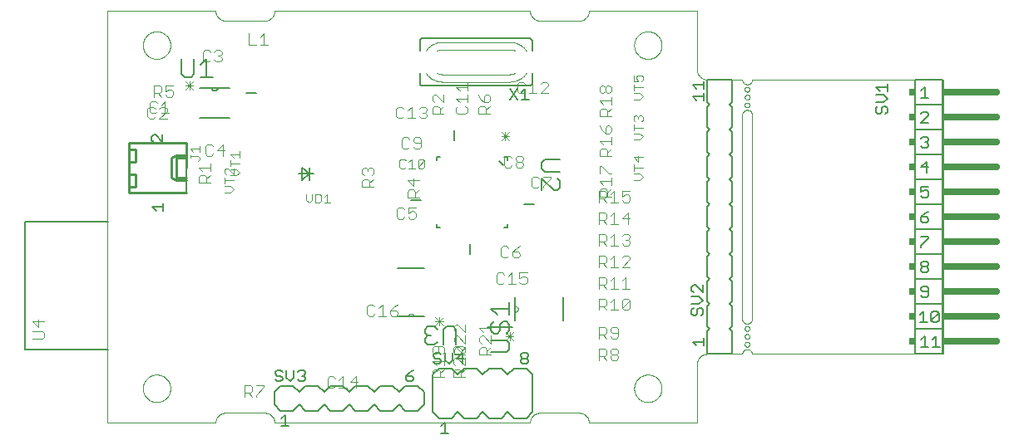
<source format=gto>
G75*
%MOIN*%
%OFA0B0*%
%FSLAX25Y25*%
%IPPOS*%
%LPD*%
%AMOC8*
5,1,8,0,0,1.08239X$1,22.5*
%
%ADD10C,0.00000*%
%ADD11C,0.00394*%
%ADD12C,0.00400*%
%ADD13C,0.00500*%
%ADD14C,0.00300*%
%ADD15C,0.00600*%
%ADD16C,0.00800*%
%ADD17C,0.00200*%
%ADD18C,0.02600*%
%ADD19R,0.03000X0.02600*%
%ADD20R,0.02600X0.02600*%
%ADD21C,0.01000*%
%ADD22C,0.00700*%
D10*
X0048494Y0021469D02*
X0048496Y0021617D01*
X0048502Y0021765D01*
X0048512Y0021913D01*
X0048526Y0022060D01*
X0048544Y0022207D01*
X0048565Y0022353D01*
X0048591Y0022499D01*
X0048621Y0022644D01*
X0048654Y0022788D01*
X0048692Y0022931D01*
X0048733Y0023073D01*
X0048778Y0023214D01*
X0048826Y0023354D01*
X0048879Y0023493D01*
X0048935Y0023630D01*
X0048995Y0023765D01*
X0049058Y0023899D01*
X0049125Y0024031D01*
X0049196Y0024161D01*
X0049270Y0024289D01*
X0049347Y0024415D01*
X0049428Y0024539D01*
X0049512Y0024661D01*
X0049599Y0024780D01*
X0049690Y0024897D01*
X0049784Y0025012D01*
X0049880Y0025124D01*
X0049980Y0025234D01*
X0050082Y0025340D01*
X0050188Y0025444D01*
X0050296Y0025545D01*
X0050407Y0025643D01*
X0050520Y0025739D01*
X0050636Y0025831D01*
X0050754Y0025920D01*
X0050875Y0026005D01*
X0050998Y0026088D01*
X0051123Y0026167D01*
X0051250Y0026243D01*
X0051379Y0026315D01*
X0051510Y0026384D01*
X0051643Y0026449D01*
X0051778Y0026510D01*
X0051914Y0026568D01*
X0052051Y0026623D01*
X0052190Y0026673D01*
X0052331Y0026720D01*
X0052472Y0026763D01*
X0052615Y0026803D01*
X0052759Y0026838D01*
X0052903Y0026870D01*
X0053049Y0026897D01*
X0053195Y0026921D01*
X0053342Y0026941D01*
X0053489Y0026957D01*
X0053636Y0026969D01*
X0053784Y0026977D01*
X0053932Y0026981D01*
X0054080Y0026981D01*
X0054228Y0026977D01*
X0054376Y0026969D01*
X0054523Y0026957D01*
X0054670Y0026941D01*
X0054817Y0026921D01*
X0054963Y0026897D01*
X0055109Y0026870D01*
X0055253Y0026838D01*
X0055397Y0026803D01*
X0055540Y0026763D01*
X0055681Y0026720D01*
X0055822Y0026673D01*
X0055961Y0026623D01*
X0056098Y0026568D01*
X0056234Y0026510D01*
X0056369Y0026449D01*
X0056502Y0026384D01*
X0056633Y0026315D01*
X0056762Y0026243D01*
X0056889Y0026167D01*
X0057014Y0026088D01*
X0057137Y0026005D01*
X0057258Y0025920D01*
X0057376Y0025831D01*
X0057492Y0025739D01*
X0057605Y0025643D01*
X0057716Y0025545D01*
X0057824Y0025444D01*
X0057930Y0025340D01*
X0058032Y0025234D01*
X0058132Y0025124D01*
X0058228Y0025012D01*
X0058322Y0024897D01*
X0058413Y0024780D01*
X0058500Y0024661D01*
X0058584Y0024539D01*
X0058665Y0024415D01*
X0058742Y0024289D01*
X0058816Y0024161D01*
X0058887Y0024031D01*
X0058954Y0023899D01*
X0059017Y0023765D01*
X0059077Y0023630D01*
X0059133Y0023493D01*
X0059186Y0023354D01*
X0059234Y0023214D01*
X0059279Y0023073D01*
X0059320Y0022931D01*
X0059358Y0022788D01*
X0059391Y0022644D01*
X0059421Y0022499D01*
X0059447Y0022353D01*
X0059468Y0022207D01*
X0059486Y0022060D01*
X0059500Y0021913D01*
X0059510Y0021765D01*
X0059516Y0021617D01*
X0059518Y0021469D01*
X0059516Y0021321D01*
X0059510Y0021173D01*
X0059500Y0021025D01*
X0059486Y0020878D01*
X0059468Y0020731D01*
X0059447Y0020585D01*
X0059421Y0020439D01*
X0059391Y0020294D01*
X0059358Y0020150D01*
X0059320Y0020007D01*
X0059279Y0019865D01*
X0059234Y0019724D01*
X0059186Y0019584D01*
X0059133Y0019445D01*
X0059077Y0019308D01*
X0059017Y0019173D01*
X0058954Y0019039D01*
X0058887Y0018907D01*
X0058816Y0018777D01*
X0058742Y0018649D01*
X0058665Y0018523D01*
X0058584Y0018399D01*
X0058500Y0018277D01*
X0058413Y0018158D01*
X0058322Y0018041D01*
X0058228Y0017926D01*
X0058132Y0017814D01*
X0058032Y0017704D01*
X0057930Y0017598D01*
X0057824Y0017494D01*
X0057716Y0017393D01*
X0057605Y0017295D01*
X0057492Y0017199D01*
X0057376Y0017107D01*
X0057258Y0017018D01*
X0057137Y0016933D01*
X0057014Y0016850D01*
X0056889Y0016771D01*
X0056762Y0016695D01*
X0056633Y0016623D01*
X0056502Y0016554D01*
X0056369Y0016489D01*
X0056234Y0016428D01*
X0056098Y0016370D01*
X0055961Y0016315D01*
X0055822Y0016265D01*
X0055681Y0016218D01*
X0055540Y0016175D01*
X0055397Y0016135D01*
X0055253Y0016100D01*
X0055109Y0016068D01*
X0054963Y0016041D01*
X0054817Y0016017D01*
X0054670Y0015997D01*
X0054523Y0015981D01*
X0054376Y0015969D01*
X0054228Y0015961D01*
X0054080Y0015957D01*
X0053932Y0015957D01*
X0053784Y0015961D01*
X0053636Y0015969D01*
X0053489Y0015981D01*
X0053342Y0015997D01*
X0053195Y0016017D01*
X0053049Y0016041D01*
X0052903Y0016068D01*
X0052759Y0016100D01*
X0052615Y0016135D01*
X0052472Y0016175D01*
X0052331Y0016218D01*
X0052190Y0016265D01*
X0052051Y0016315D01*
X0051914Y0016370D01*
X0051778Y0016428D01*
X0051643Y0016489D01*
X0051510Y0016554D01*
X0051379Y0016623D01*
X0051250Y0016695D01*
X0051123Y0016771D01*
X0050998Y0016850D01*
X0050875Y0016933D01*
X0050754Y0017018D01*
X0050636Y0017107D01*
X0050520Y0017199D01*
X0050407Y0017295D01*
X0050296Y0017393D01*
X0050188Y0017494D01*
X0050082Y0017598D01*
X0049980Y0017704D01*
X0049880Y0017814D01*
X0049784Y0017926D01*
X0049690Y0018041D01*
X0049599Y0018158D01*
X0049512Y0018277D01*
X0049428Y0018399D01*
X0049347Y0018523D01*
X0049270Y0018649D01*
X0049196Y0018777D01*
X0049125Y0018907D01*
X0049058Y0019039D01*
X0048995Y0019173D01*
X0048935Y0019308D01*
X0048879Y0019445D01*
X0048826Y0019584D01*
X0048778Y0019724D01*
X0048733Y0019865D01*
X0048692Y0020007D01*
X0048654Y0020150D01*
X0048621Y0020294D01*
X0048591Y0020439D01*
X0048565Y0020585D01*
X0048544Y0020731D01*
X0048526Y0020878D01*
X0048512Y0021025D01*
X0048502Y0021173D01*
X0048496Y0021321D01*
X0048494Y0021469D01*
X0154774Y0050251D02*
X0154776Y0050320D01*
X0154782Y0050388D01*
X0154792Y0050456D01*
X0154805Y0050523D01*
X0154823Y0050589D01*
X0154844Y0050654D01*
X0154869Y0050718D01*
X0154897Y0050780D01*
X0154929Y0050841D01*
X0154964Y0050900D01*
X0155003Y0050956D01*
X0155045Y0051011D01*
X0155090Y0051062D01*
X0155138Y0051112D01*
X0155188Y0051158D01*
X0155241Y0051201D01*
X0155297Y0051242D01*
X0155354Y0051279D01*
X0155414Y0051312D01*
X0155476Y0051343D01*
X0155539Y0051369D01*
X0155603Y0051392D01*
X0155669Y0051412D01*
X0155736Y0051427D01*
X0155803Y0051439D01*
X0155871Y0051447D01*
X0155940Y0051451D01*
X0156008Y0051451D01*
X0156077Y0051447D01*
X0156145Y0051439D01*
X0156212Y0051427D01*
X0156279Y0051412D01*
X0156345Y0051392D01*
X0156409Y0051369D01*
X0156472Y0051343D01*
X0156534Y0051312D01*
X0156594Y0051279D01*
X0156651Y0051242D01*
X0156707Y0051201D01*
X0156760Y0051158D01*
X0156810Y0051112D01*
X0156858Y0051062D01*
X0156903Y0051011D01*
X0156945Y0050956D01*
X0156984Y0050900D01*
X0157019Y0050841D01*
X0157051Y0050780D01*
X0157079Y0050718D01*
X0157104Y0050654D01*
X0157125Y0050589D01*
X0157143Y0050523D01*
X0157156Y0050456D01*
X0157166Y0050388D01*
X0157172Y0050320D01*
X0157174Y0050251D01*
X0197556Y0052158D02*
X0197625Y0052160D01*
X0197693Y0052166D01*
X0197761Y0052176D01*
X0197828Y0052189D01*
X0197894Y0052207D01*
X0197959Y0052228D01*
X0198023Y0052253D01*
X0198085Y0052281D01*
X0198146Y0052313D01*
X0198205Y0052348D01*
X0198261Y0052387D01*
X0198316Y0052429D01*
X0198367Y0052474D01*
X0198417Y0052522D01*
X0198463Y0052572D01*
X0198506Y0052625D01*
X0198547Y0052681D01*
X0198584Y0052738D01*
X0198617Y0052798D01*
X0198648Y0052860D01*
X0198674Y0052923D01*
X0198697Y0052987D01*
X0198717Y0053053D01*
X0198732Y0053120D01*
X0198744Y0053187D01*
X0198752Y0053255D01*
X0198756Y0053324D01*
X0198756Y0053392D01*
X0198752Y0053461D01*
X0198744Y0053529D01*
X0198732Y0053596D01*
X0198717Y0053663D01*
X0198697Y0053729D01*
X0198674Y0053793D01*
X0198648Y0053856D01*
X0198617Y0053918D01*
X0198584Y0053978D01*
X0198547Y0054035D01*
X0198506Y0054091D01*
X0198463Y0054144D01*
X0198417Y0054194D01*
X0198367Y0054242D01*
X0198316Y0054287D01*
X0198261Y0054329D01*
X0198205Y0054368D01*
X0198146Y0054403D01*
X0198085Y0054435D01*
X0198023Y0054463D01*
X0197959Y0054488D01*
X0197894Y0054509D01*
X0197828Y0054527D01*
X0197761Y0054540D01*
X0197693Y0054550D01*
X0197625Y0054556D01*
X0197556Y0054558D01*
X0245344Y0021469D02*
X0245346Y0021617D01*
X0245352Y0021765D01*
X0245362Y0021913D01*
X0245376Y0022060D01*
X0245394Y0022207D01*
X0245415Y0022353D01*
X0245441Y0022499D01*
X0245471Y0022644D01*
X0245504Y0022788D01*
X0245542Y0022931D01*
X0245583Y0023073D01*
X0245628Y0023214D01*
X0245676Y0023354D01*
X0245729Y0023493D01*
X0245785Y0023630D01*
X0245845Y0023765D01*
X0245908Y0023899D01*
X0245975Y0024031D01*
X0246046Y0024161D01*
X0246120Y0024289D01*
X0246197Y0024415D01*
X0246278Y0024539D01*
X0246362Y0024661D01*
X0246449Y0024780D01*
X0246540Y0024897D01*
X0246634Y0025012D01*
X0246730Y0025124D01*
X0246830Y0025234D01*
X0246932Y0025340D01*
X0247038Y0025444D01*
X0247146Y0025545D01*
X0247257Y0025643D01*
X0247370Y0025739D01*
X0247486Y0025831D01*
X0247604Y0025920D01*
X0247725Y0026005D01*
X0247848Y0026088D01*
X0247973Y0026167D01*
X0248100Y0026243D01*
X0248229Y0026315D01*
X0248360Y0026384D01*
X0248493Y0026449D01*
X0248628Y0026510D01*
X0248764Y0026568D01*
X0248901Y0026623D01*
X0249040Y0026673D01*
X0249181Y0026720D01*
X0249322Y0026763D01*
X0249465Y0026803D01*
X0249609Y0026838D01*
X0249753Y0026870D01*
X0249899Y0026897D01*
X0250045Y0026921D01*
X0250192Y0026941D01*
X0250339Y0026957D01*
X0250486Y0026969D01*
X0250634Y0026977D01*
X0250782Y0026981D01*
X0250930Y0026981D01*
X0251078Y0026977D01*
X0251226Y0026969D01*
X0251373Y0026957D01*
X0251520Y0026941D01*
X0251667Y0026921D01*
X0251813Y0026897D01*
X0251959Y0026870D01*
X0252103Y0026838D01*
X0252247Y0026803D01*
X0252390Y0026763D01*
X0252531Y0026720D01*
X0252672Y0026673D01*
X0252811Y0026623D01*
X0252948Y0026568D01*
X0253084Y0026510D01*
X0253219Y0026449D01*
X0253352Y0026384D01*
X0253483Y0026315D01*
X0253612Y0026243D01*
X0253739Y0026167D01*
X0253864Y0026088D01*
X0253987Y0026005D01*
X0254108Y0025920D01*
X0254226Y0025831D01*
X0254342Y0025739D01*
X0254455Y0025643D01*
X0254566Y0025545D01*
X0254674Y0025444D01*
X0254780Y0025340D01*
X0254882Y0025234D01*
X0254982Y0025124D01*
X0255078Y0025012D01*
X0255172Y0024897D01*
X0255263Y0024780D01*
X0255350Y0024661D01*
X0255434Y0024539D01*
X0255515Y0024415D01*
X0255592Y0024289D01*
X0255666Y0024161D01*
X0255737Y0024031D01*
X0255804Y0023899D01*
X0255867Y0023765D01*
X0255927Y0023630D01*
X0255983Y0023493D01*
X0256036Y0023354D01*
X0256084Y0023214D01*
X0256129Y0023073D01*
X0256170Y0022931D01*
X0256208Y0022788D01*
X0256241Y0022644D01*
X0256271Y0022499D01*
X0256297Y0022353D01*
X0256318Y0022207D01*
X0256336Y0022060D01*
X0256350Y0021913D01*
X0256360Y0021765D01*
X0256366Y0021617D01*
X0256368Y0021469D01*
X0256366Y0021321D01*
X0256360Y0021173D01*
X0256350Y0021025D01*
X0256336Y0020878D01*
X0256318Y0020731D01*
X0256297Y0020585D01*
X0256271Y0020439D01*
X0256241Y0020294D01*
X0256208Y0020150D01*
X0256170Y0020007D01*
X0256129Y0019865D01*
X0256084Y0019724D01*
X0256036Y0019584D01*
X0255983Y0019445D01*
X0255927Y0019308D01*
X0255867Y0019173D01*
X0255804Y0019039D01*
X0255737Y0018907D01*
X0255666Y0018777D01*
X0255592Y0018649D01*
X0255515Y0018523D01*
X0255434Y0018399D01*
X0255350Y0018277D01*
X0255263Y0018158D01*
X0255172Y0018041D01*
X0255078Y0017926D01*
X0254982Y0017814D01*
X0254882Y0017704D01*
X0254780Y0017598D01*
X0254674Y0017494D01*
X0254566Y0017393D01*
X0254455Y0017295D01*
X0254342Y0017199D01*
X0254226Y0017107D01*
X0254108Y0017018D01*
X0253987Y0016933D01*
X0253864Y0016850D01*
X0253739Y0016771D01*
X0253612Y0016695D01*
X0253483Y0016623D01*
X0253352Y0016554D01*
X0253219Y0016489D01*
X0253084Y0016428D01*
X0252948Y0016370D01*
X0252811Y0016315D01*
X0252672Y0016265D01*
X0252531Y0016218D01*
X0252390Y0016175D01*
X0252247Y0016135D01*
X0252103Y0016100D01*
X0251959Y0016068D01*
X0251813Y0016041D01*
X0251667Y0016017D01*
X0251520Y0015997D01*
X0251373Y0015981D01*
X0251226Y0015969D01*
X0251078Y0015961D01*
X0250930Y0015957D01*
X0250782Y0015957D01*
X0250634Y0015961D01*
X0250486Y0015969D01*
X0250339Y0015981D01*
X0250192Y0015997D01*
X0250045Y0016017D01*
X0249899Y0016041D01*
X0249753Y0016068D01*
X0249609Y0016100D01*
X0249465Y0016135D01*
X0249322Y0016175D01*
X0249181Y0016218D01*
X0249040Y0016265D01*
X0248901Y0016315D01*
X0248764Y0016370D01*
X0248628Y0016428D01*
X0248493Y0016489D01*
X0248360Y0016554D01*
X0248229Y0016623D01*
X0248100Y0016695D01*
X0247973Y0016771D01*
X0247848Y0016850D01*
X0247725Y0016933D01*
X0247604Y0017018D01*
X0247486Y0017107D01*
X0247370Y0017199D01*
X0247257Y0017295D01*
X0247146Y0017393D01*
X0247038Y0017494D01*
X0246932Y0017598D01*
X0246830Y0017704D01*
X0246730Y0017814D01*
X0246634Y0017926D01*
X0246540Y0018041D01*
X0246449Y0018158D01*
X0246362Y0018277D01*
X0246278Y0018399D01*
X0246197Y0018523D01*
X0246120Y0018649D01*
X0246046Y0018777D01*
X0245975Y0018907D01*
X0245908Y0019039D01*
X0245845Y0019173D01*
X0245785Y0019308D01*
X0245729Y0019445D01*
X0245676Y0019584D01*
X0245628Y0019724D01*
X0245583Y0019865D01*
X0245542Y0020007D01*
X0245504Y0020150D01*
X0245471Y0020294D01*
X0245441Y0020439D01*
X0245415Y0020585D01*
X0245394Y0020731D01*
X0245376Y0020878D01*
X0245362Y0021025D01*
X0245352Y0021173D01*
X0245346Y0021321D01*
X0245344Y0021469D01*
X0289636Y0039185D02*
X0289638Y0039247D01*
X0289644Y0039310D01*
X0289654Y0039371D01*
X0289668Y0039432D01*
X0289685Y0039492D01*
X0289706Y0039551D01*
X0289732Y0039608D01*
X0289760Y0039663D01*
X0289792Y0039717D01*
X0289828Y0039768D01*
X0289866Y0039818D01*
X0289908Y0039864D01*
X0289952Y0039908D01*
X0290000Y0039949D01*
X0290049Y0039987D01*
X0290101Y0040021D01*
X0290155Y0040052D01*
X0290211Y0040080D01*
X0290269Y0040104D01*
X0290328Y0040125D01*
X0290388Y0040141D01*
X0290449Y0040154D01*
X0290511Y0040163D01*
X0290573Y0040168D01*
X0290636Y0040169D01*
X0290698Y0040166D01*
X0290760Y0040159D01*
X0290822Y0040148D01*
X0290882Y0040133D01*
X0290942Y0040115D01*
X0291000Y0040093D01*
X0291057Y0040067D01*
X0291112Y0040037D01*
X0291165Y0040004D01*
X0291216Y0039968D01*
X0291264Y0039929D01*
X0291310Y0039886D01*
X0291353Y0039841D01*
X0291393Y0039793D01*
X0291430Y0039743D01*
X0291464Y0039690D01*
X0291495Y0039636D01*
X0291521Y0039580D01*
X0291545Y0039522D01*
X0291564Y0039462D01*
X0291580Y0039402D01*
X0291592Y0039340D01*
X0291600Y0039279D01*
X0291604Y0039216D01*
X0291604Y0039154D01*
X0291600Y0039091D01*
X0291592Y0039030D01*
X0291580Y0038968D01*
X0291564Y0038908D01*
X0291545Y0038848D01*
X0291521Y0038790D01*
X0291495Y0038734D01*
X0291464Y0038680D01*
X0291430Y0038627D01*
X0291393Y0038577D01*
X0291353Y0038529D01*
X0291310Y0038484D01*
X0291264Y0038441D01*
X0291216Y0038402D01*
X0291165Y0038366D01*
X0291112Y0038333D01*
X0291057Y0038303D01*
X0291000Y0038277D01*
X0290942Y0038255D01*
X0290882Y0038237D01*
X0290822Y0038222D01*
X0290760Y0038211D01*
X0290698Y0038204D01*
X0290636Y0038201D01*
X0290573Y0038202D01*
X0290511Y0038207D01*
X0290449Y0038216D01*
X0290388Y0038229D01*
X0290328Y0038245D01*
X0290269Y0038266D01*
X0290211Y0038290D01*
X0290155Y0038318D01*
X0290101Y0038349D01*
X0290049Y0038383D01*
X0290000Y0038421D01*
X0289952Y0038462D01*
X0289908Y0038506D01*
X0289866Y0038552D01*
X0289828Y0038602D01*
X0289792Y0038653D01*
X0289760Y0038707D01*
X0289732Y0038762D01*
X0289706Y0038819D01*
X0289685Y0038878D01*
X0289668Y0038938D01*
X0289654Y0038999D01*
X0289644Y0039060D01*
X0289638Y0039123D01*
X0289636Y0039185D01*
X0289636Y0042335D02*
X0289638Y0042397D01*
X0289644Y0042460D01*
X0289654Y0042521D01*
X0289668Y0042582D01*
X0289685Y0042642D01*
X0289706Y0042701D01*
X0289732Y0042758D01*
X0289760Y0042813D01*
X0289792Y0042867D01*
X0289828Y0042918D01*
X0289866Y0042968D01*
X0289908Y0043014D01*
X0289952Y0043058D01*
X0290000Y0043099D01*
X0290049Y0043137D01*
X0290101Y0043171D01*
X0290155Y0043202D01*
X0290211Y0043230D01*
X0290269Y0043254D01*
X0290328Y0043275D01*
X0290388Y0043291D01*
X0290449Y0043304D01*
X0290511Y0043313D01*
X0290573Y0043318D01*
X0290636Y0043319D01*
X0290698Y0043316D01*
X0290760Y0043309D01*
X0290822Y0043298D01*
X0290882Y0043283D01*
X0290942Y0043265D01*
X0291000Y0043243D01*
X0291057Y0043217D01*
X0291112Y0043187D01*
X0291165Y0043154D01*
X0291216Y0043118D01*
X0291264Y0043079D01*
X0291310Y0043036D01*
X0291353Y0042991D01*
X0291393Y0042943D01*
X0291430Y0042893D01*
X0291464Y0042840D01*
X0291495Y0042786D01*
X0291521Y0042730D01*
X0291545Y0042672D01*
X0291564Y0042612D01*
X0291580Y0042552D01*
X0291592Y0042490D01*
X0291600Y0042429D01*
X0291604Y0042366D01*
X0291604Y0042304D01*
X0291600Y0042241D01*
X0291592Y0042180D01*
X0291580Y0042118D01*
X0291564Y0042058D01*
X0291545Y0041998D01*
X0291521Y0041940D01*
X0291495Y0041884D01*
X0291464Y0041830D01*
X0291430Y0041777D01*
X0291393Y0041727D01*
X0291353Y0041679D01*
X0291310Y0041634D01*
X0291264Y0041591D01*
X0291216Y0041552D01*
X0291165Y0041516D01*
X0291112Y0041483D01*
X0291057Y0041453D01*
X0291000Y0041427D01*
X0290942Y0041405D01*
X0290882Y0041387D01*
X0290822Y0041372D01*
X0290760Y0041361D01*
X0290698Y0041354D01*
X0290636Y0041351D01*
X0290573Y0041352D01*
X0290511Y0041357D01*
X0290449Y0041366D01*
X0290388Y0041379D01*
X0290328Y0041395D01*
X0290269Y0041416D01*
X0290211Y0041440D01*
X0290155Y0041468D01*
X0290101Y0041499D01*
X0290049Y0041533D01*
X0290000Y0041571D01*
X0289952Y0041612D01*
X0289908Y0041656D01*
X0289866Y0041702D01*
X0289828Y0041752D01*
X0289792Y0041803D01*
X0289760Y0041857D01*
X0289732Y0041912D01*
X0289706Y0041969D01*
X0289685Y0042028D01*
X0289668Y0042088D01*
X0289654Y0042149D01*
X0289644Y0042210D01*
X0289638Y0042273D01*
X0289636Y0042335D01*
X0289636Y0045484D02*
X0289638Y0045546D01*
X0289644Y0045609D01*
X0289654Y0045670D01*
X0289668Y0045731D01*
X0289685Y0045791D01*
X0289706Y0045850D01*
X0289732Y0045907D01*
X0289760Y0045962D01*
X0289792Y0046016D01*
X0289828Y0046067D01*
X0289866Y0046117D01*
X0289908Y0046163D01*
X0289952Y0046207D01*
X0290000Y0046248D01*
X0290049Y0046286D01*
X0290101Y0046320D01*
X0290155Y0046351D01*
X0290211Y0046379D01*
X0290269Y0046403D01*
X0290328Y0046424D01*
X0290388Y0046440D01*
X0290449Y0046453D01*
X0290511Y0046462D01*
X0290573Y0046467D01*
X0290636Y0046468D01*
X0290698Y0046465D01*
X0290760Y0046458D01*
X0290822Y0046447D01*
X0290882Y0046432D01*
X0290942Y0046414D01*
X0291000Y0046392D01*
X0291057Y0046366D01*
X0291112Y0046336D01*
X0291165Y0046303D01*
X0291216Y0046267D01*
X0291264Y0046228D01*
X0291310Y0046185D01*
X0291353Y0046140D01*
X0291393Y0046092D01*
X0291430Y0046042D01*
X0291464Y0045989D01*
X0291495Y0045935D01*
X0291521Y0045879D01*
X0291545Y0045821D01*
X0291564Y0045761D01*
X0291580Y0045701D01*
X0291592Y0045639D01*
X0291600Y0045578D01*
X0291604Y0045515D01*
X0291604Y0045453D01*
X0291600Y0045390D01*
X0291592Y0045329D01*
X0291580Y0045267D01*
X0291564Y0045207D01*
X0291545Y0045147D01*
X0291521Y0045089D01*
X0291495Y0045033D01*
X0291464Y0044979D01*
X0291430Y0044926D01*
X0291393Y0044876D01*
X0291353Y0044828D01*
X0291310Y0044783D01*
X0291264Y0044740D01*
X0291216Y0044701D01*
X0291165Y0044665D01*
X0291112Y0044632D01*
X0291057Y0044602D01*
X0291000Y0044576D01*
X0290942Y0044554D01*
X0290882Y0044536D01*
X0290822Y0044521D01*
X0290760Y0044510D01*
X0290698Y0044503D01*
X0290636Y0044500D01*
X0290573Y0044501D01*
X0290511Y0044506D01*
X0290449Y0044515D01*
X0290388Y0044528D01*
X0290328Y0044544D01*
X0290269Y0044565D01*
X0290211Y0044589D01*
X0290155Y0044617D01*
X0290101Y0044648D01*
X0290049Y0044682D01*
X0290000Y0044720D01*
X0289952Y0044761D01*
X0289908Y0044805D01*
X0289866Y0044851D01*
X0289828Y0044901D01*
X0289792Y0044952D01*
X0289760Y0045006D01*
X0289732Y0045061D01*
X0289706Y0045118D01*
X0289685Y0045177D01*
X0289668Y0045237D01*
X0289654Y0045298D01*
X0289644Y0045359D01*
X0289638Y0045422D01*
X0289636Y0045484D01*
X0289636Y0135248D02*
X0289638Y0135310D01*
X0289644Y0135373D01*
X0289654Y0135434D01*
X0289668Y0135495D01*
X0289685Y0135555D01*
X0289706Y0135614D01*
X0289732Y0135671D01*
X0289760Y0135726D01*
X0289792Y0135780D01*
X0289828Y0135831D01*
X0289866Y0135881D01*
X0289908Y0135927D01*
X0289952Y0135971D01*
X0290000Y0136012D01*
X0290049Y0136050D01*
X0290101Y0136084D01*
X0290155Y0136115D01*
X0290211Y0136143D01*
X0290269Y0136167D01*
X0290328Y0136188D01*
X0290388Y0136204D01*
X0290449Y0136217D01*
X0290511Y0136226D01*
X0290573Y0136231D01*
X0290636Y0136232D01*
X0290698Y0136229D01*
X0290760Y0136222D01*
X0290822Y0136211D01*
X0290882Y0136196D01*
X0290942Y0136178D01*
X0291000Y0136156D01*
X0291057Y0136130D01*
X0291112Y0136100D01*
X0291165Y0136067D01*
X0291216Y0136031D01*
X0291264Y0135992D01*
X0291310Y0135949D01*
X0291353Y0135904D01*
X0291393Y0135856D01*
X0291430Y0135806D01*
X0291464Y0135753D01*
X0291495Y0135699D01*
X0291521Y0135643D01*
X0291545Y0135585D01*
X0291564Y0135525D01*
X0291580Y0135465D01*
X0291592Y0135403D01*
X0291600Y0135342D01*
X0291604Y0135279D01*
X0291604Y0135217D01*
X0291600Y0135154D01*
X0291592Y0135093D01*
X0291580Y0135031D01*
X0291564Y0134971D01*
X0291545Y0134911D01*
X0291521Y0134853D01*
X0291495Y0134797D01*
X0291464Y0134743D01*
X0291430Y0134690D01*
X0291393Y0134640D01*
X0291353Y0134592D01*
X0291310Y0134547D01*
X0291264Y0134504D01*
X0291216Y0134465D01*
X0291165Y0134429D01*
X0291112Y0134396D01*
X0291057Y0134366D01*
X0291000Y0134340D01*
X0290942Y0134318D01*
X0290882Y0134300D01*
X0290822Y0134285D01*
X0290760Y0134274D01*
X0290698Y0134267D01*
X0290636Y0134264D01*
X0290573Y0134265D01*
X0290511Y0134270D01*
X0290449Y0134279D01*
X0290388Y0134292D01*
X0290328Y0134308D01*
X0290269Y0134329D01*
X0290211Y0134353D01*
X0290155Y0134381D01*
X0290101Y0134412D01*
X0290049Y0134446D01*
X0290000Y0134484D01*
X0289952Y0134525D01*
X0289908Y0134569D01*
X0289866Y0134615D01*
X0289828Y0134665D01*
X0289792Y0134716D01*
X0289760Y0134770D01*
X0289732Y0134825D01*
X0289706Y0134882D01*
X0289685Y0134941D01*
X0289668Y0135001D01*
X0289654Y0135062D01*
X0289644Y0135123D01*
X0289638Y0135186D01*
X0289636Y0135248D01*
X0289636Y0138398D02*
X0289638Y0138460D01*
X0289644Y0138523D01*
X0289654Y0138584D01*
X0289668Y0138645D01*
X0289685Y0138705D01*
X0289706Y0138764D01*
X0289732Y0138821D01*
X0289760Y0138876D01*
X0289792Y0138930D01*
X0289828Y0138981D01*
X0289866Y0139031D01*
X0289908Y0139077D01*
X0289952Y0139121D01*
X0290000Y0139162D01*
X0290049Y0139200D01*
X0290101Y0139234D01*
X0290155Y0139265D01*
X0290211Y0139293D01*
X0290269Y0139317D01*
X0290328Y0139338D01*
X0290388Y0139354D01*
X0290449Y0139367D01*
X0290511Y0139376D01*
X0290573Y0139381D01*
X0290636Y0139382D01*
X0290698Y0139379D01*
X0290760Y0139372D01*
X0290822Y0139361D01*
X0290882Y0139346D01*
X0290942Y0139328D01*
X0291000Y0139306D01*
X0291057Y0139280D01*
X0291112Y0139250D01*
X0291165Y0139217D01*
X0291216Y0139181D01*
X0291264Y0139142D01*
X0291310Y0139099D01*
X0291353Y0139054D01*
X0291393Y0139006D01*
X0291430Y0138956D01*
X0291464Y0138903D01*
X0291495Y0138849D01*
X0291521Y0138793D01*
X0291545Y0138735D01*
X0291564Y0138675D01*
X0291580Y0138615D01*
X0291592Y0138553D01*
X0291600Y0138492D01*
X0291604Y0138429D01*
X0291604Y0138367D01*
X0291600Y0138304D01*
X0291592Y0138243D01*
X0291580Y0138181D01*
X0291564Y0138121D01*
X0291545Y0138061D01*
X0291521Y0138003D01*
X0291495Y0137947D01*
X0291464Y0137893D01*
X0291430Y0137840D01*
X0291393Y0137790D01*
X0291353Y0137742D01*
X0291310Y0137697D01*
X0291264Y0137654D01*
X0291216Y0137615D01*
X0291165Y0137579D01*
X0291112Y0137546D01*
X0291057Y0137516D01*
X0291000Y0137490D01*
X0290942Y0137468D01*
X0290882Y0137450D01*
X0290822Y0137435D01*
X0290760Y0137424D01*
X0290698Y0137417D01*
X0290636Y0137414D01*
X0290573Y0137415D01*
X0290511Y0137420D01*
X0290449Y0137429D01*
X0290388Y0137442D01*
X0290328Y0137458D01*
X0290269Y0137479D01*
X0290211Y0137503D01*
X0290155Y0137531D01*
X0290101Y0137562D01*
X0290049Y0137596D01*
X0290000Y0137634D01*
X0289952Y0137675D01*
X0289908Y0137719D01*
X0289866Y0137765D01*
X0289828Y0137815D01*
X0289792Y0137866D01*
X0289760Y0137920D01*
X0289732Y0137975D01*
X0289706Y0138032D01*
X0289685Y0138091D01*
X0289668Y0138151D01*
X0289654Y0138212D01*
X0289644Y0138273D01*
X0289638Y0138336D01*
X0289636Y0138398D01*
X0289636Y0141547D02*
X0289638Y0141609D01*
X0289644Y0141672D01*
X0289654Y0141733D01*
X0289668Y0141794D01*
X0289685Y0141854D01*
X0289706Y0141913D01*
X0289732Y0141970D01*
X0289760Y0142025D01*
X0289792Y0142079D01*
X0289828Y0142130D01*
X0289866Y0142180D01*
X0289908Y0142226D01*
X0289952Y0142270D01*
X0290000Y0142311D01*
X0290049Y0142349D01*
X0290101Y0142383D01*
X0290155Y0142414D01*
X0290211Y0142442D01*
X0290269Y0142466D01*
X0290328Y0142487D01*
X0290388Y0142503D01*
X0290449Y0142516D01*
X0290511Y0142525D01*
X0290573Y0142530D01*
X0290636Y0142531D01*
X0290698Y0142528D01*
X0290760Y0142521D01*
X0290822Y0142510D01*
X0290882Y0142495D01*
X0290942Y0142477D01*
X0291000Y0142455D01*
X0291057Y0142429D01*
X0291112Y0142399D01*
X0291165Y0142366D01*
X0291216Y0142330D01*
X0291264Y0142291D01*
X0291310Y0142248D01*
X0291353Y0142203D01*
X0291393Y0142155D01*
X0291430Y0142105D01*
X0291464Y0142052D01*
X0291495Y0141998D01*
X0291521Y0141942D01*
X0291545Y0141884D01*
X0291564Y0141824D01*
X0291580Y0141764D01*
X0291592Y0141702D01*
X0291600Y0141641D01*
X0291604Y0141578D01*
X0291604Y0141516D01*
X0291600Y0141453D01*
X0291592Y0141392D01*
X0291580Y0141330D01*
X0291564Y0141270D01*
X0291545Y0141210D01*
X0291521Y0141152D01*
X0291495Y0141096D01*
X0291464Y0141042D01*
X0291430Y0140989D01*
X0291393Y0140939D01*
X0291353Y0140891D01*
X0291310Y0140846D01*
X0291264Y0140803D01*
X0291216Y0140764D01*
X0291165Y0140728D01*
X0291112Y0140695D01*
X0291057Y0140665D01*
X0291000Y0140639D01*
X0290942Y0140617D01*
X0290882Y0140599D01*
X0290822Y0140584D01*
X0290760Y0140573D01*
X0290698Y0140566D01*
X0290636Y0140563D01*
X0290573Y0140564D01*
X0290511Y0140569D01*
X0290449Y0140578D01*
X0290388Y0140591D01*
X0290328Y0140607D01*
X0290269Y0140628D01*
X0290211Y0140652D01*
X0290155Y0140680D01*
X0290101Y0140711D01*
X0290049Y0140745D01*
X0290000Y0140783D01*
X0289952Y0140824D01*
X0289908Y0140868D01*
X0289866Y0140914D01*
X0289828Y0140964D01*
X0289792Y0141015D01*
X0289760Y0141069D01*
X0289732Y0141124D01*
X0289706Y0141181D01*
X0289685Y0141240D01*
X0289668Y0141300D01*
X0289654Y0141361D01*
X0289644Y0141422D01*
X0289638Y0141485D01*
X0289636Y0141547D01*
X0245344Y0159264D02*
X0245346Y0159412D01*
X0245352Y0159560D01*
X0245362Y0159708D01*
X0245376Y0159855D01*
X0245394Y0160002D01*
X0245415Y0160148D01*
X0245441Y0160294D01*
X0245471Y0160439D01*
X0245504Y0160583D01*
X0245542Y0160726D01*
X0245583Y0160868D01*
X0245628Y0161009D01*
X0245676Y0161149D01*
X0245729Y0161288D01*
X0245785Y0161425D01*
X0245845Y0161560D01*
X0245908Y0161694D01*
X0245975Y0161826D01*
X0246046Y0161956D01*
X0246120Y0162084D01*
X0246197Y0162210D01*
X0246278Y0162334D01*
X0246362Y0162456D01*
X0246449Y0162575D01*
X0246540Y0162692D01*
X0246634Y0162807D01*
X0246730Y0162919D01*
X0246830Y0163029D01*
X0246932Y0163135D01*
X0247038Y0163239D01*
X0247146Y0163340D01*
X0247257Y0163438D01*
X0247370Y0163534D01*
X0247486Y0163626D01*
X0247604Y0163715D01*
X0247725Y0163800D01*
X0247848Y0163883D01*
X0247973Y0163962D01*
X0248100Y0164038D01*
X0248229Y0164110D01*
X0248360Y0164179D01*
X0248493Y0164244D01*
X0248628Y0164305D01*
X0248764Y0164363D01*
X0248901Y0164418D01*
X0249040Y0164468D01*
X0249181Y0164515D01*
X0249322Y0164558D01*
X0249465Y0164598D01*
X0249609Y0164633D01*
X0249753Y0164665D01*
X0249899Y0164692D01*
X0250045Y0164716D01*
X0250192Y0164736D01*
X0250339Y0164752D01*
X0250486Y0164764D01*
X0250634Y0164772D01*
X0250782Y0164776D01*
X0250930Y0164776D01*
X0251078Y0164772D01*
X0251226Y0164764D01*
X0251373Y0164752D01*
X0251520Y0164736D01*
X0251667Y0164716D01*
X0251813Y0164692D01*
X0251959Y0164665D01*
X0252103Y0164633D01*
X0252247Y0164598D01*
X0252390Y0164558D01*
X0252531Y0164515D01*
X0252672Y0164468D01*
X0252811Y0164418D01*
X0252948Y0164363D01*
X0253084Y0164305D01*
X0253219Y0164244D01*
X0253352Y0164179D01*
X0253483Y0164110D01*
X0253612Y0164038D01*
X0253739Y0163962D01*
X0253864Y0163883D01*
X0253987Y0163800D01*
X0254108Y0163715D01*
X0254226Y0163626D01*
X0254342Y0163534D01*
X0254455Y0163438D01*
X0254566Y0163340D01*
X0254674Y0163239D01*
X0254780Y0163135D01*
X0254882Y0163029D01*
X0254982Y0162919D01*
X0255078Y0162807D01*
X0255172Y0162692D01*
X0255263Y0162575D01*
X0255350Y0162456D01*
X0255434Y0162334D01*
X0255515Y0162210D01*
X0255592Y0162084D01*
X0255666Y0161956D01*
X0255737Y0161826D01*
X0255804Y0161694D01*
X0255867Y0161560D01*
X0255927Y0161425D01*
X0255983Y0161288D01*
X0256036Y0161149D01*
X0256084Y0161009D01*
X0256129Y0160868D01*
X0256170Y0160726D01*
X0256208Y0160583D01*
X0256241Y0160439D01*
X0256271Y0160294D01*
X0256297Y0160148D01*
X0256318Y0160002D01*
X0256336Y0159855D01*
X0256350Y0159708D01*
X0256360Y0159560D01*
X0256366Y0159412D01*
X0256368Y0159264D01*
X0256366Y0159116D01*
X0256360Y0158968D01*
X0256350Y0158820D01*
X0256336Y0158673D01*
X0256318Y0158526D01*
X0256297Y0158380D01*
X0256271Y0158234D01*
X0256241Y0158089D01*
X0256208Y0157945D01*
X0256170Y0157802D01*
X0256129Y0157660D01*
X0256084Y0157519D01*
X0256036Y0157379D01*
X0255983Y0157240D01*
X0255927Y0157103D01*
X0255867Y0156968D01*
X0255804Y0156834D01*
X0255737Y0156702D01*
X0255666Y0156572D01*
X0255592Y0156444D01*
X0255515Y0156318D01*
X0255434Y0156194D01*
X0255350Y0156072D01*
X0255263Y0155953D01*
X0255172Y0155836D01*
X0255078Y0155721D01*
X0254982Y0155609D01*
X0254882Y0155499D01*
X0254780Y0155393D01*
X0254674Y0155289D01*
X0254566Y0155188D01*
X0254455Y0155090D01*
X0254342Y0154994D01*
X0254226Y0154902D01*
X0254108Y0154813D01*
X0253987Y0154728D01*
X0253864Y0154645D01*
X0253739Y0154566D01*
X0253612Y0154490D01*
X0253483Y0154418D01*
X0253352Y0154349D01*
X0253219Y0154284D01*
X0253084Y0154223D01*
X0252948Y0154165D01*
X0252811Y0154110D01*
X0252672Y0154060D01*
X0252531Y0154013D01*
X0252390Y0153970D01*
X0252247Y0153930D01*
X0252103Y0153895D01*
X0251959Y0153863D01*
X0251813Y0153836D01*
X0251667Y0153812D01*
X0251520Y0153792D01*
X0251373Y0153776D01*
X0251226Y0153764D01*
X0251078Y0153756D01*
X0250930Y0153752D01*
X0250782Y0153752D01*
X0250634Y0153756D01*
X0250486Y0153764D01*
X0250339Y0153776D01*
X0250192Y0153792D01*
X0250045Y0153812D01*
X0249899Y0153836D01*
X0249753Y0153863D01*
X0249609Y0153895D01*
X0249465Y0153930D01*
X0249322Y0153970D01*
X0249181Y0154013D01*
X0249040Y0154060D01*
X0248901Y0154110D01*
X0248764Y0154165D01*
X0248628Y0154223D01*
X0248493Y0154284D01*
X0248360Y0154349D01*
X0248229Y0154418D01*
X0248100Y0154490D01*
X0247973Y0154566D01*
X0247848Y0154645D01*
X0247725Y0154728D01*
X0247604Y0154813D01*
X0247486Y0154902D01*
X0247370Y0154994D01*
X0247257Y0155090D01*
X0247146Y0155188D01*
X0247038Y0155289D01*
X0246932Y0155393D01*
X0246830Y0155499D01*
X0246730Y0155609D01*
X0246634Y0155721D01*
X0246540Y0155836D01*
X0246449Y0155953D01*
X0246362Y0156072D01*
X0246278Y0156194D01*
X0246197Y0156318D01*
X0246120Y0156444D01*
X0246046Y0156572D01*
X0245975Y0156702D01*
X0245908Y0156834D01*
X0245845Y0156968D01*
X0245785Y0157103D01*
X0245729Y0157240D01*
X0245676Y0157379D01*
X0245628Y0157519D01*
X0245583Y0157660D01*
X0245542Y0157802D01*
X0245504Y0157945D01*
X0245471Y0158089D01*
X0245441Y0158234D01*
X0245415Y0158380D01*
X0245394Y0158526D01*
X0245376Y0158673D01*
X0245362Y0158820D01*
X0245352Y0158968D01*
X0245346Y0159116D01*
X0245344Y0159264D01*
X0048494Y0159264D02*
X0048496Y0159412D01*
X0048502Y0159560D01*
X0048512Y0159708D01*
X0048526Y0159855D01*
X0048544Y0160002D01*
X0048565Y0160148D01*
X0048591Y0160294D01*
X0048621Y0160439D01*
X0048654Y0160583D01*
X0048692Y0160726D01*
X0048733Y0160868D01*
X0048778Y0161009D01*
X0048826Y0161149D01*
X0048879Y0161288D01*
X0048935Y0161425D01*
X0048995Y0161560D01*
X0049058Y0161694D01*
X0049125Y0161826D01*
X0049196Y0161956D01*
X0049270Y0162084D01*
X0049347Y0162210D01*
X0049428Y0162334D01*
X0049512Y0162456D01*
X0049599Y0162575D01*
X0049690Y0162692D01*
X0049784Y0162807D01*
X0049880Y0162919D01*
X0049980Y0163029D01*
X0050082Y0163135D01*
X0050188Y0163239D01*
X0050296Y0163340D01*
X0050407Y0163438D01*
X0050520Y0163534D01*
X0050636Y0163626D01*
X0050754Y0163715D01*
X0050875Y0163800D01*
X0050998Y0163883D01*
X0051123Y0163962D01*
X0051250Y0164038D01*
X0051379Y0164110D01*
X0051510Y0164179D01*
X0051643Y0164244D01*
X0051778Y0164305D01*
X0051914Y0164363D01*
X0052051Y0164418D01*
X0052190Y0164468D01*
X0052331Y0164515D01*
X0052472Y0164558D01*
X0052615Y0164598D01*
X0052759Y0164633D01*
X0052903Y0164665D01*
X0053049Y0164692D01*
X0053195Y0164716D01*
X0053342Y0164736D01*
X0053489Y0164752D01*
X0053636Y0164764D01*
X0053784Y0164772D01*
X0053932Y0164776D01*
X0054080Y0164776D01*
X0054228Y0164772D01*
X0054376Y0164764D01*
X0054523Y0164752D01*
X0054670Y0164736D01*
X0054817Y0164716D01*
X0054963Y0164692D01*
X0055109Y0164665D01*
X0055253Y0164633D01*
X0055397Y0164598D01*
X0055540Y0164558D01*
X0055681Y0164515D01*
X0055822Y0164468D01*
X0055961Y0164418D01*
X0056098Y0164363D01*
X0056234Y0164305D01*
X0056369Y0164244D01*
X0056502Y0164179D01*
X0056633Y0164110D01*
X0056762Y0164038D01*
X0056889Y0163962D01*
X0057014Y0163883D01*
X0057137Y0163800D01*
X0057258Y0163715D01*
X0057376Y0163626D01*
X0057492Y0163534D01*
X0057605Y0163438D01*
X0057716Y0163340D01*
X0057824Y0163239D01*
X0057930Y0163135D01*
X0058032Y0163029D01*
X0058132Y0162919D01*
X0058228Y0162807D01*
X0058322Y0162692D01*
X0058413Y0162575D01*
X0058500Y0162456D01*
X0058584Y0162334D01*
X0058665Y0162210D01*
X0058742Y0162084D01*
X0058816Y0161956D01*
X0058887Y0161826D01*
X0058954Y0161694D01*
X0059017Y0161560D01*
X0059077Y0161425D01*
X0059133Y0161288D01*
X0059186Y0161149D01*
X0059234Y0161009D01*
X0059279Y0160868D01*
X0059320Y0160726D01*
X0059358Y0160583D01*
X0059391Y0160439D01*
X0059421Y0160294D01*
X0059447Y0160148D01*
X0059468Y0160002D01*
X0059486Y0159855D01*
X0059500Y0159708D01*
X0059510Y0159560D01*
X0059516Y0159412D01*
X0059518Y0159264D01*
X0059516Y0159116D01*
X0059510Y0158968D01*
X0059500Y0158820D01*
X0059486Y0158673D01*
X0059468Y0158526D01*
X0059447Y0158380D01*
X0059421Y0158234D01*
X0059391Y0158089D01*
X0059358Y0157945D01*
X0059320Y0157802D01*
X0059279Y0157660D01*
X0059234Y0157519D01*
X0059186Y0157379D01*
X0059133Y0157240D01*
X0059077Y0157103D01*
X0059017Y0156968D01*
X0058954Y0156834D01*
X0058887Y0156702D01*
X0058816Y0156572D01*
X0058742Y0156444D01*
X0058665Y0156318D01*
X0058584Y0156194D01*
X0058500Y0156072D01*
X0058413Y0155953D01*
X0058322Y0155836D01*
X0058228Y0155721D01*
X0058132Y0155609D01*
X0058032Y0155499D01*
X0057930Y0155393D01*
X0057824Y0155289D01*
X0057716Y0155188D01*
X0057605Y0155090D01*
X0057492Y0154994D01*
X0057376Y0154902D01*
X0057258Y0154813D01*
X0057137Y0154728D01*
X0057014Y0154645D01*
X0056889Y0154566D01*
X0056762Y0154490D01*
X0056633Y0154418D01*
X0056502Y0154349D01*
X0056369Y0154284D01*
X0056234Y0154223D01*
X0056098Y0154165D01*
X0055961Y0154110D01*
X0055822Y0154060D01*
X0055681Y0154013D01*
X0055540Y0153970D01*
X0055397Y0153930D01*
X0055253Y0153895D01*
X0055109Y0153863D01*
X0054963Y0153836D01*
X0054817Y0153812D01*
X0054670Y0153792D01*
X0054523Y0153776D01*
X0054376Y0153764D01*
X0054228Y0153756D01*
X0054080Y0153752D01*
X0053932Y0153752D01*
X0053784Y0153756D01*
X0053636Y0153764D01*
X0053489Y0153776D01*
X0053342Y0153792D01*
X0053195Y0153812D01*
X0053049Y0153836D01*
X0052903Y0153863D01*
X0052759Y0153895D01*
X0052615Y0153930D01*
X0052472Y0153970D01*
X0052331Y0154013D01*
X0052190Y0154060D01*
X0052051Y0154110D01*
X0051914Y0154165D01*
X0051778Y0154223D01*
X0051643Y0154284D01*
X0051510Y0154349D01*
X0051379Y0154418D01*
X0051250Y0154490D01*
X0051123Y0154566D01*
X0050998Y0154645D01*
X0050875Y0154728D01*
X0050754Y0154813D01*
X0050636Y0154902D01*
X0050520Y0154994D01*
X0050407Y0155090D01*
X0050296Y0155188D01*
X0050188Y0155289D01*
X0050082Y0155393D01*
X0049980Y0155499D01*
X0049880Y0155609D01*
X0049784Y0155721D01*
X0049690Y0155836D01*
X0049599Y0155953D01*
X0049512Y0156072D01*
X0049428Y0156194D01*
X0049347Y0156318D01*
X0049270Y0156444D01*
X0049196Y0156572D01*
X0049125Y0156702D01*
X0049058Y0156834D01*
X0048995Y0156968D01*
X0048935Y0157103D01*
X0048879Y0157240D01*
X0048826Y0157379D01*
X0048778Y0157519D01*
X0048733Y0157660D01*
X0048692Y0157802D01*
X0048654Y0157945D01*
X0048621Y0158089D01*
X0048591Y0158234D01*
X0048565Y0158380D01*
X0048544Y0158526D01*
X0048526Y0158673D01*
X0048512Y0158820D01*
X0048502Y0158968D01*
X0048496Y0159116D01*
X0048494Y0159264D01*
D11*
X0034321Y0007689D02*
X0077628Y0007689D01*
X0077630Y0007813D01*
X0077636Y0007936D01*
X0077645Y0008060D01*
X0077659Y0008182D01*
X0077676Y0008305D01*
X0077698Y0008427D01*
X0077723Y0008548D01*
X0077752Y0008668D01*
X0077784Y0008787D01*
X0077821Y0008906D01*
X0077861Y0009023D01*
X0077904Y0009138D01*
X0077952Y0009253D01*
X0078003Y0009365D01*
X0078057Y0009476D01*
X0078115Y0009586D01*
X0078176Y0009693D01*
X0078241Y0009799D01*
X0078309Y0009902D01*
X0078380Y0010003D01*
X0078454Y0010102D01*
X0078531Y0010199D01*
X0078612Y0010293D01*
X0078695Y0010384D01*
X0078781Y0010473D01*
X0078870Y0010559D01*
X0078961Y0010642D01*
X0079055Y0010723D01*
X0079152Y0010800D01*
X0079251Y0010874D01*
X0079352Y0010945D01*
X0079455Y0011013D01*
X0079561Y0011078D01*
X0079668Y0011139D01*
X0079778Y0011197D01*
X0079889Y0011251D01*
X0080001Y0011302D01*
X0080116Y0011350D01*
X0080231Y0011393D01*
X0080348Y0011433D01*
X0080467Y0011470D01*
X0080586Y0011502D01*
X0080706Y0011531D01*
X0080827Y0011556D01*
X0080949Y0011578D01*
X0081072Y0011595D01*
X0081194Y0011609D01*
X0081318Y0011618D01*
X0081441Y0011624D01*
X0081565Y0011626D01*
X0097313Y0011626D01*
X0097437Y0011624D01*
X0097560Y0011618D01*
X0097684Y0011609D01*
X0097806Y0011595D01*
X0097929Y0011578D01*
X0098051Y0011556D01*
X0098172Y0011531D01*
X0098292Y0011502D01*
X0098411Y0011470D01*
X0098530Y0011433D01*
X0098647Y0011393D01*
X0098762Y0011350D01*
X0098877Y0011302D01*
X0098989Y0011251D01*
X0099100Y0011197D01*
X0099210Y0011139D01*
X0099317Y0011078D01*
X0099423Y0011013D01*
X0099526Y0010945D01*
X0099627Y0010874D01*
X0099726Y0010800D01*
X0099823Y0010723D01*
X0099917Y0010642D01*
X0100008Y0010559D01*
X0100097Y0010473D01*
X0100183Y0010384D01*
X0100266Y0010293D01*
X0100347Y0010199D01*
X0100424Y0010102D01*
X0100498Y0010003D01*
X0100569Y0009902D01*
X0100637Y0009799D01*
X0100702Y0009693D01*
X0100763Y0009586D01*
X0100821Y0009476D01*
X0100875Y0009365D01*
X0100926Y0009253D01*
X0100974Y0009138D01*
X0101017Y0009023D01*
X0101057Y0008906D01*
X0101094Y0008787D01*
X0101126Y0008668D01*
X0101155Y0008548D01*
X0101180Y0008427D01*
X0101202Y0008305D01*
X0101219Y0008182D01*
X0101233Y0008060D01*
X0101242Y0007936D01*
X0101248Y0007813D01*
X0101250Y0007689D01*
X0203612Y0007689D01*
X0203614Y0007813D01*
X0203620Y0007936D01*
X0203629Y0008060D01*
X0203643Y0008182D01*
X0203660Y0008305D01*
X0203682Y0008427D01*
X0203707Y0008548D01*
X0203736Y0008668D01*
X0203768Y0008787D01*
X0203805Y0008906D01*
X0203845Y0009023D01*
X0203888Y0009138D01*
X0203936Y0009253D01*
X0203987Y0009365D01*
X0204041Y0009476D01*
X0204099Y0009586D01*
X0204160Y0009693D01*
X0204225Y0009799D01*
X0204293Y0009902D01*
X0204364Y0010003D01*
X0204438Y0010102D01*
X0204515Y0010199D01*
X0204596Y0010293D01*
X0204679Y0010384D01*
X0204765Y0010473D01*
X0204854Y0010559D01*
X0204945Y0010642D01*
X0205039Y0010723D01*
X0205136Y0010800D01*
X0205235Y0010874D01*
X0205336Y0010945D01*
X0205439Y0011013D01*
X0205545Y0011078D01*
X0205652Y0011139D01*
X0205762Y0011197D01*
X0205873Y0011251D01*
X0205985Y0011302D01*
X0206100Y0011350D01*
X0206215Y0011393D01*
X0206332Y0011433D01*
X0206451Y0011470D01*
X0206570Y0011502D01*
X0206690Y0011531D01*
X0206811Y0011556D01*
X0206933Y0011578D01*
X0207056Y0011595D01*
X0207178Y0011609D01*
X0207302Y0011618D01*
X0207425Y0011624D01*
X0207549Y0011626D01*
X0223297Y0011626D01*
X0223421Y0011624D01*
X0223544Y0011618D01*
X0223668Y0011609D01*
X0223790Y0011595D01*
X0223913Y0011578D01*
X0224035Y0011556D01*
X0224156Y0011531D01*
X0224276Y0011502D01*
X0224395Y0011470D01*
X0224514Y0011433D01*
X0224631Y0011393D01*
X0224746Y0011350D01*
X0224861Y0011302D01*
X0224973Y0011251D01*
X0225084Y0011197D01*
X0225194Y0011139D01*
X0225301Y0011078D01*
X0225407Y0011013D01*
X0225510Y0010945D01*
X0225611Y0010874D01*
X0225710Y0010800D01*
X0225807Y0010723D01*
X0225901Y0010642D01*
X0225992Y0010559D01*
X0226081Y0010473D01*
X0226167Y0010384D01*
X0226250Y0010293D01*
X0226331Y0010199D01*
X0226408Y0010102D01*
X0226482Y0010003D01*
X0226553Y0009902D01*
X0226621Y0009799D01*
X0226686Y0009693D01*
X0226747Y0009586D01*
X0226805Y0009476D01*
X0226859Y0009365D01*
X0226910Y0009253D01*
X0226958Y0009138D01*
X0227001Y0009023D01*
X0227041Y0008906D01*
X0227078Y0008787D01*
X0227110Y0008668D01*
X0227139Y0008548D01*
X0227164Y0008427D01*
X0227186Y0008305D01*
X0227203Y0008182D01*
X0227217Y0008060D01*
X0227226Y0007936D01*
X0227232Y0007813D01*
X0227234Y0007689D01*
X0270541Y0007689D01*
X0270541Y0031311D01*
X0270543Y0031435D01*
X0270549Y0031558D01*
X0270558Y0031682D01*
X0270572Y0031804D01*
X0270589Y0031927D01*
X0270611Y0032049D01*
X0270636Y0032170D01*
X0270665Y0032290D01*
X0270697Y0032409D01*
X0270734Y0032528D01*
X0270774Y0032645D01*
X0270817Y0032760D01*
X0270865Y0032875D01*
X0270916Y0032987D01*
X0270970Y0033098D01*
X0271028Y0033208D01*
X0271089Y0033315D01*
X0271154Y0033421D01*
X0271222Y0033524D01*
X0271293Y0033625D01*
X0271367Y0033724D01*
X0271444Y0033821D01*
X0271525Y0033915D01*
X0271608Y0034006D01*
X0271694Y0034095D01*
X0271783Y0034181D01*
X0271874Y0034264D01*
X0271968Y0034345D01*
X0272065Y0034422D01*
X0272164Y0034496D01*
X0272265Y0034567D01*
X0272368Y0034635D01*
X0272474Y0034700D01*
X0272581Y0034761D01*
X0272691Y0034819D01*
X0272802Y0034873D01*
X0272914Y0034924D01*
X0273029Y0034972D01*
X0273144Y0035015D01*
X0273261Y0035055D01*
X0273380Y0035092D01*
X0273499Y0035124D01*
X0273619Y0035153D01*
X0273740Y0035178D01*
X0273862Y0035200D01*
X0273985Y0035217D01*
X0274107Y0035231D01*
X0274231Y0035240D01*
X0274354Y0035246D01*
X0274478Y0035248D01*
X0288652Y0035248D01*
X0288651Y0035248D02*
X0288653Y0035335D01*
X0288659Y0035422D01*
X0288668Y0035509D01*
X0288682Y0035595D01*
X0288699Y0035680D01*
X0288720Y0035765D01*
X0288745Y0035848D01*
X0288773Y0035931D01*
X0288805Y0036012D01*
X0288841Y0036091D01*
X0288880Y0036169D01*
X0288922Y0036245D01*
X0288968Y0036319D01*
X0289017Y0036391D01*
X0289069Y0036461D01*
X0289124Y0036528D01*
X0289182Y0036593D01*
X0289243Y0036656D01*
X0289307Y0036715D01*
X0289373Y0036772D01*
X0289442Y0036825D01*
X0289513Y0036876D01*
X0289586Y0036923D01*
X0289661Y0036968D01*
X0289738Y0037008D01*
X0289816Y0037046D01*
X0289897Y0037079D01*
X0289978Y0037110D01*
X0290061Y0037136D01*
X0290146Y0037159D01*
X0290231Y0037178D01*
X0290316Y0037193D01*
X0290403Y0037205D01*
X0290489Y0037213D01*
X0290576Y0037217D01*
X0290664Y0037217D01*
X0290751Y0037213D01*
X0290837Y0037205D01*
X0290924Y0037193D01*
X0291009Y0037178D01*
X0291094Y0037159D01*
X0291179Y0037136D01*
X0291262Y0037110D01*
X0291343Y0037079D01*
X0291424Y0037046D01*
X0291502Y0037008D01*
X0291579Y0036968D01*
X0291654Y0036923D01*
X0291727Y0036876D01*
X0291798Y0036825D01*
X0291867Y0036772D01*
X0291933Y0036715D01*
X0291997Y0036656D01*
X0292058Y0036593D01*
X0292116Y0036528D01*
X0292171Y0036461D01*
X0292223Y0036391D01*
X0292272Y0036319D01*
X0292318Y0036245D01*
X0292360Y0036169D01*
X0292399Y0036091D01*
X0292435Y0036012D01*
X0292467Y0035931D01*
X0292495Y0035848D01*
X0292520Y0035765D01*
X0292541Y0035680D01*
X0292558Y0035595D01*
X0292572Y0035509D01*
X0292581Y0035422D01*
X0292587Y0035335D01*
X0292589Y0035248D01*
X0369360Y0035248D01*
X0369360Y0145484D01*
X0292589Y0145484D01*
X0292587Y0145397D01*
X0292581Y0145310D01*
X0292572Y0145223D01*
X0292558Y0145137D01*
X0292541Y0145052D01*
X0292520Y0144967D01*
X0292495Y0144884D01*
X0292467Y0144801D01*
X0292435Y0144720D01*
X0292399Y0144641D01*
X0292360Y0144563D01*
X0292318Y0144487D01*
X0292272Y0144413D01*
X0292223Y0144341D01*
X0292171Y0144271D01*
X0292116Y0144204D01*
X0292058Y0144139D01*
X0291997Y0144076D01*
X0291933Y0144017D01*
X0291867Y0143960D01*
X0291798Y0143907D01*
X0291727Y0143856D01*
X0291654Y0143809D01*
X0291579Y0143764D01*
X0291502Y0143724D01*
X0291424Y0143686D01*
X0291343Y0143653D01*
X0291262Y0143622D01*
X0291179Y0143596D01*
X0291094Y0143573D01*
X0291009Y0143554D01*
X0290924Y0143539D01*
X0290837Y0143527D01*
X0290751Y0143519D01*
X0290664Y0143515D01*
X0290576Y0143515D01*
X0290489Y0143519D01*
X0290403Y0143527D01*
X0290316Y0143539D01*
X0290231Y0143554D01*
X0290146Y0143573D01*
X0290061Y0143596D01*
X0289978Y0143622D01*
X0289897Y0143653D01*
X0289816Y0143686D01*
X0289738Y0143724D01*
X0289661Y0143764D01*
X0289586Y0143809D01*
X0289513Y0143856D01*
X0289442Y0143907D01*
X0289373Y0143960D01*
X0289307Y0144017D01*
X0289243Y0144076D01*
X0289182Y0144139D01*
X0289124Y0144204D01*
X0289069Y0144271D01*
X0289017Y0144341D01*
X0288968Y0144413D01*
X0288922Y0144487D01*
X0288880Y0144563D01*
X0288841Y0144641D01*
X0288805Y0144720D01*
X0288773Y0144801D01*
X0288745Y0144884D01*
X0288720Y0144967D01*
X0288699Y0145052D01*
X0288682Y0145137D01*
X0288668Y0145223D01*
X0288659Y0145310D01*
X0288653Y0145397D01*
X0288651Y0145484D01*
X0288652Y0145484D02*
X0274478Y0145484D01*
X0274354Y0145486D01*
X0274231Y0145492D01*
X0274107Y0145501D01*
X0273985Y0145515D01*
X0273862Y0145532D01*
X0273740Y0145554D01*
X0273619Y0145579D01*
X0273499Y0145608D01*
X0273380Y0145640D01*
X0273261Y0145677D01*
X0273144Y0145717D01*
X0273029Y0145760D01*
X0272914Y0145808D01*
X0272802Y0145859D01*
X0272691Y0145913D01*
X0272581Y0145971D01*
X0272474Y0146032D01*
X0272368Y0146097D01*
X0272265Y0146165D01*
X0272164Y0146236D01*
X0272065Y0146310D01*
X0271968Y0146387D01*
X0271874Y0146468D01*
X0271783Y0146551D01*
X0271694Y0146637D01*
X0271608Y0146726D01*
X0271525Y0146817D01*
X0271444Y0146911D01*
X0271367Y0147008D01*
X0271293Y0147107D01*
X0271222Y0147208D01*
X0271154Y0147311D01*
X0271089Y0147417D01*
X0271028Y0147524D01*
X0270970Y0147634D01*
X0270916Y0147745D01*
X0270865Y0147857D01*
X0270817Y0147972D01*
X0270774Y0148087D01*
X0270734Y0148204D01*
X0270697Y0148323D01*
X0270665Y0148442D01*
X0270636Y0148562D01*
X0270611Y0148683D01*
X0270589Y0148805D01*
X0270572Y0148928D01*
X0270558Y0149050D01*
X0270549Y0149174D01*
X0270543Y0149297D01*
X0270541Y0149421D01*
X0270541Y0173043D01*
X0227234Y0173043D01*
X0227232Y0172919D01*
X0227226Y0172796D01*
X0227217Y0172672D01*
X0227203Y0172550D01*
X0227186Y0172427D01*
X0227164Y0172305D01*
X0227139Y0172184D01*
X0227110Y0172064D01*
X0227078Y0171945D01*
X0227041Y0171826D01*
X0227001Y0171709D01*
X0226958Y0171594D01*
X0226910Y0171479D01*
X0226859Y0171367D01*
X0226805Y0171256D01*
X0226747Y0171146D01*
X0226686Y0171039D01*
X0226621Y0170933D01*
X0226553Y0170830D01*
X0226482Y0170729D01*
X0226408Y0170630D01*
X0226331Y0170533D01*
X0226250Y0170439D01*
X0226167Y0170348D01*
X0226081Y0170259D01*
X0225992Y0170173D01*
X0225901Y0170090D01*
X0225807Y0170009D01*
X0225710Y0169932D01*
X0225611Y0169858D01*
X0225510Y0169787D01*
X0225407Y0169719D01*
X0225301Y0169654D01*
X0225194Y0169593D01*
X0225084Y0169535D01*
X0224973Y0169481D01*
X0224861Y0169430D01*
X0224746Y0169382D01*
X0224631Y0169339D01*
X0224514Y0169299D01*
X0224395Y0169262D01*
X0224276Y0169230D01*
X0224156Y0169201D01*
X0224035Y0169176D01*
X0223913Y0169154D01*
X0223790Y0169137D01*
X0223668Y0169123D01*
X0223544Y0169114D01*
X0223421Y0169108D01*
X0223297Y0169106D01*
X0207549Y0169106D01*
X0207425Y0169108D01*
X0207302Y0169114D01*
X0207178Y0169123D01*
X0207056Y0169137D01*
X0206933Y0169154D01*
X0206811Y0169176D01*
X0206690Y0169201D01*
X0206570Y0169230D01*
X0206451Y0169262D01*
X0206332Y0169299D01*
X0206215Y0169339D01*
X0206100Y0169382D01*
X0205985Y0169430D01*
X0205873Y0169481D01*
X0205762Y0169535D01*
X0205652Y0169593D01*
X0205545Y0169654D01*
X0205439Y0169719D01*
X0205336Y0169787D01*
X0205235Y0169858D01*
X0205136Y0169932D01*
X0205039Y0170009D01*
X0204945Y0170090D01*
X0204854Y0170173D01*
X0204765Y0170259D01*
X0204679Y0170348D01*
X0204596Y0170439D01*
X0204515Y0170533D01*
X0204438Y0170630D01*
X0204364Y0170729D01*
X0204293Y0170830D01*
X0204225Y0170933D01*
X0204160Y0171039D01*
X0204099Y0171146D01*
X0204041Y0171256D01*
X0203987Y0171367D01*
X0203936Y0171479D01*
X0203888Y0171594D01*
X0203845Y0171709D01*
X0203805Y0171826D01*
X0203768Y0171945D01*
X0203736Y0172064D01*
X0203707Y0172184D01*
X0203682Y0172305D01*
X0203660Y0172427D01*
X0203643Y0172550D01*
X0203629Y0172672D01*
X0203620Y0172796D01*
X0203614Y0172919D01*
X0203612Y0173043D01*
X0101250Y0173043D01*
X0101248Y0172919D01*
X0101242Y0172796D01*
X0101233Y0172672D01*
X0101219Y0172550D01*
X0101202Y0172427D01*
X0101180Y0172305D01*
X0101155Y0172184D01*
X0101126Y0172064D01*
X0101094Y0171945D01*
X0101057Y0171826D01*
X0101017Y0171709D01*
X0100974Y0171594D01*
X0100926Y0171479D01*
X0100875Y0171367D01*
X0100821Y0171256D01*
X0100763Y0171146D01*
X0100702Y0171039D01*
X0100637Y0170933D01*
X0100569Y0170830D01*
X0100498Y0170729D01*
X0100424Y0170630D01*
X0100347Y0170533D01*
X0100266Y0170439D01*
X0100183Y0170348D01*
X0100097Y0170259D01*
X0100008Y0170173D01*
X0099917Y0170090D01*
X0099823Y0170009D01*
X0099726Y0169932D01*
X0099627Y0169858D01*
X0099526Y0169787D01*
X0099423Y0169719D01*
X0099317Y0169654D01*
X0099210Y0169593D01*
X0099100Y0169535D01*
X0098989Y0169481D01*
X0098877Y0169430D01*
X0098762Y0169382D01*
X0098647Y0169339D01*
X0098530Y0169299D01*
X0098411Y0169262D01*
X0098292Y0169230D01*
X0098172Y0169201D01*
X0098051Y0169176D01*
X0097929Y0169154D01*
X0097806Y0169137D01*
X0097684Y0169123D01*
X0097560Y0169114D01*
X0097437Y0169108D01*
X0097313Y0169106D01*
X0081565Y0169106D01*
X0081441Y0169108D01*
X0081318Y0169114D01*
X0081194Y0169123D01*
X0081072Y0169137D01*
X0080949Y0169154D01*
X0080827Y0169176D01*
X0080706Y0169201D01*
X0080586Y0169230D01*
X0080467Y0169262D01*
X0080348Y0169299D01*
X0080231Y0169339D01*
X0080116Y0169382D01*
X0080001Y0169430D01*
X0079889Y0169481D01*
X0079778Y0169535D01*
X0079668Y0169593D01*
X0079561Y0169654D01*
X0079455Y0169719D01*
X0079352Y0169787D01*
X0079251Y0169858D01*
X0079152Y0169932D01*
X0079055Y0170009D01*
X0078961Y0170090D01*
X0078870Y0170173D01*
X0078781Y0170259D01*
X0078695Y0170348D01*
X0078612Y0170439D01*
X0078531Y0170533D01*
X0078454Y0170630D01*
X0078380Y0170729D01*
X0078309Y0170830D01*
X0078241Y0170933D01*
X0078176Y0171039D01*
X0078115Y0171146D01*
X0078057Y0171256D01*
X0078003Y0171367D01*
X0077952Y0171479D01*
X0077904Y0171594D01*
X0077861Y0171709D01*
X0077821Y0171826D01*
X0077784Y0171945D01*
X0077752Y0172064D01*
X0077723Y0172184D01*
X0077698Y0172305D01*
X0077676Y0172427D01*
X0077659Y0172550D01*
X0077645Y0172672D01*
X0077636Y0172796D01*
X0077630Y0172919D01*
X0077628Y0173043D01*
X0034321Y0173043D01*
X0034321Y0007689D01*
X0288652Y0049421D02*
X0288652Y0131311D01*
X0288651Y0131311D02*
X0288653Y0131398D01*
X0288659Y0131485D01*
X0288668Y0131572D01*
X0288682Y0131658D01*
X0288699Y0131743D01*
X0288720Y0131828D01*
X0288745Y0131911D01*
X0288773Y0131994D01*
X0288805Y0132075D01*
X0288841Y0132154D01*
X0288880Y0132232D01*
X0288922Y0132308D01*
X0288968Y0132382D01*
X0289017Y0132454D01*
X0289069Y0132524D01*
X0289124Y0132591D01*
X0289182Y0132656D01*
X0289243Y0132719D01*
X0289307Y0132778D01*
X0289373Y0132835D01*
X0289442Y0132888D01*
X0289513Y0132939D01*
X0289586Y0132986D01*
X0289661Y0133031D01*
X0289738Y0133071D01*
X0289816Y0133109D01*
X0289897Y0133142D01*
X0289978Y0133173D01*
X0290061Y0133199D01*
X0290146Y0133222D01*
X0290231Y0133241D01*
X0290316Y0133256D01*
X0290403Y0133268D01*
X0290489Y0133276D01*
X0290576Y0133280D01*
X0290664Y0133280D01*
X0290751Y0133276D01*
X0290837Y0133268D01*
X0290924Y0133256D01*
X0291009Y0133241D01*
X0291094Y0133222D01*
X0291179Y0133199D01*
X0291262Y0133173D01*
X0291343Y0133142D01*
X0291424Y0133109D01*
X0291502Y0133071D01*
X0291579Y0133031D01*
X0291654Y0132986D01*
X0291727Y0132939D01*
X0291798Y0132888D01*
X0291867Y0132835D01*
X0291933Y0132778D01*
X0291997Y0132719D01*
X0292058Y0132656D01*
X0292116Y0132591D01*
X0292171Y0132524D01*
X0292223Y0132454D01*
X0292272Y0132382D01*
X0292318Y0132308D01*
X0292360Y0132232D01*
X0292399Y0132154D01*
X0292435Y0132075D01*
X0292467Y0131994D01*
X0292495Y0131911D01*
X0292520Y0131828D01*
X0292541Y0131743D01*
X0292558Y0131658D01*
X0292572Y0131572D01*
X0292581Y0131485D01*
X0292587Y0131398D01*
X0292589Y0131311D01*
X0292589Y0049421D01*
X0292587Y0049334D01*
X0292581Y0049247D01*
X0292572Y0049160D01*
X0292558Y0049074D01*
X0292541Y0048989D01*
X0292520Y0048904D01*
X0292495Y0048821D01*
X0292467Y0048738D01*
X0292435Y0048657D01*
X0292399Y0048578D01*
X0292360Y0048500D01*
X0292318Y0048424D01*
X0292272Y0048350D01*
X0292223Y0048278D01*
X0292171Y0048208D01*
X0292116Y0048141D01*
X0292058Y0048076D01*
X0291997Y0048013D01*
X0291933Y0047954D01*
X0291867Y0047897D01*
X0291798Y0047844D01*
X0291727Y0047793D01*
X0291654Y0047746D01*
X0291579Y0047701D01*
X0291502Y0047661D01*
X0291424Y0047623D01*
X0291343Y0047590D01*
X0291262Y0047559D01*
X0291179Y0047533D01*
X0291094Y0047510D01*
X0291009Y0047491D01*
X0290924Y0047476D01*
X0290837Y0047464D01*
X0290751Y0047456D01*
X0290664Y0047452D01*
X0290576Y0047452D01*
X0290489Y0047456D01*
X0290403Y0047464D01*
X0290316Y0047476D01*
X0290231Y0047491D01*
X0290146Y0047510D01*
X0290061Y0047533D01*
X0289978Y0047559D01*
X0289897Y0047590D01*
X0289816Y0047623D01*
X0289738Y0047661D01*
X0289661Y0047701D01*
X0289586Y0047746D01*
X0289513Y0047793D01*
X0289442Y0047844D01*
X0289373Y0047897D01*
X0289307Y0047954D01*
X0289243Y0048013D01*
X0289182Y0048076D01*
X0289124Y0048141D01*
X0289069Y0048208D01*
X0289017Y0048278D01*
X0288968Y0048350D01*
X0288922Y0048424D01*
X0288880Y0048500D01*
X0288841Y0048578D01*
X0288805Y0048657D01*
X0288773Y0048738D01*
X0288745Y0048821D01*
X0288720Y0048904D01*
X0288699Y0048989D01*
X0288682Y0049074D01*
X0288668Y0049160D01*
X0288659Y0049247D01*
X0288653Y0049334D01*
X0288651Y0049421D01*
D12*
X0243511Y0053676D02*
X0242743Y0052909D01*
X0241209Y0052909D01*
X0240441Y0053676D01*
X0243511Y0056745D01*
X0243511Y0053676D01*
X0240441Y0053676D02*
X0240441Y0056745D01*
X0241209Y0057513D01*
X0242743Y0057513D01*
X0243511Y0056745D01*
X0237372Y0057513D02*
X0237372Y0052909D01*
X0235837Y0052909D02*
X0238907Y0052909D01*
X0234303Y0052909D02*
X0232768Y0054443D01*
X0233535Y0054443D02*
X0231233Y0054443D01*
X0231233Y0052909D02*
X0231233Y0057513D01*
X0233535Y0057513D01*
X0234303Y0056745D01*
X0234303Y0055211D01*
X0233535Y0054443D01*
X0235837Y0055978D02*
X0237372Y0057513D01*
X0237372Y0061570D02*
X0237372Y0066174D01*
X0235837Y0064639D01*
X0234303Y0063872D02*
X0233535Y0063105D01*
X0231233Y0063105D01*
X0231233Y0061570D02*
X0231233Y0066174D01*
X0233535Y0066174D01*
X0234303Y0065407D01*
X0234303Y0063872D01*
X0232768Y0063105D02*
X0234303Y0061570D01*
X0235837Y0061570D02*
X0238907Y0061570D01*
X0240441Y0061570D02*
X0243511Y0061570D01*
X0241976Y0061570D02*
X0241976Y0066174D01*
X0240441Y0064639D01*
X0240441Y0070231D02*
X0243511Y0073301D01*
X0243511Y0074068D01*
X0242743Y0074835D01*
X0241209Y0074835D01*
X0240441Y0074068D01*
X0237372Y0074835D02*
X0235837Y0073301D01*
X0234303Y0074068D02*
X0234303Y0072533D01*
X0233535Y0071766D01*
X0231233Y0071766D01*
X0231233Y0070231D02*
X0231233Y0074835D01*
X0233535Y0074835D01*
X0234303Y0074068D01*
X0232768Y0071766D02*
X0234303Y0070231D01*
X0235837Y0070231D02*
X0238907Y0070231D01*
X0240441Y0070231D02*
X0243511Y0070231D01*
X0237372Y0070231D02*
X0237372Y0074835D01*
X0237372Y0078893D02*
X0237372Y0083497D01*
X0235837Y0081962D01*
X0234303Y0082730D02*
X0234303Y0081195D01*
X0233535Y0080428D01*
X0231233Y0080428D01*
X0231233Y0078893D02*
X0231233Y0083497D01*
X0233535Y0083497D01*
X0234303Y0082730D01*
X0232768Y0080428D02*
X0234303Y0078893D01*
X0235837Y0078893D02*
X0238907Y0078893D01*
X0240441Y0079660D02*
X0241209Y0078893D01*
X0242743Y0078893D01*
X0243511Y0079660D01*
X0243511Y0080428D01*
X0242743Y0081195D01*
X0241976Y0081195D01*
X0242743Y0081195D02*
X0243511Y0081962D01*
X0243511Y0082730D01*
X0242743Y0083497D01*
X0241209Y0083497D01*
X0240441Y0082730D01*
X0238907Y0087554D02*
X0235837Y0087554D01*
X0234303Y0087554D02*
X0232768Y0089089D01*
X0233535Y0089089D02*
X0231233Y0089089D01*
X0231233Y0087554D02*
X0231233Y0092158D01*
X0233535Y0092158D01*
X0234303Y0091391D01*
X0234303Y0089856D01*
X0233535Y0089089D01*
X0235837Y0090624D02*
X0237372Y0092158D01*
X0237372Y0087554D01*
X0240441Y0089856D02*
X0243511Y0089856D01*
X0242743Y0087554D02*
X0242743Y0092158D01*
X0240441Y0089856D01*
X0241209Y0096216D02*
X0240441Y0096983D01*
X0241209Y0096216D02*
X0242743Y0096216D01*
X0243511Y0096983D01*
X0243511Y0098518D01*
X0242743Y0099285D01*
X0241976Y0099285D01*
X0240441Y0098518D01*
X0240441Y0100820D01*
X0243511Y0100820D01*
X0237372Y0100820D02*
X0235837Y0099285D01*
X0236109Y0098546D02*
X0231505Y0098546D01*
X0231505Y0100848D01*
X0232272Y0101615D01*
X0233807Y0101615D01*
X0234574Y0100848D01*
X0234574Y0098546D01*
X0234303Y0098518D02*
X0233535Y0097750D01*
X0231233Y0097750D01*
X0231233Y0096216D02*
X0231233Y0100820D01*
X0233535Y0100820D01*
X0234303Y0100052D01*
X0234303Y0098518D01*
X0234574Y0100080D02*
X0236109Y0101615D01*
X0237372Y0100820D02*
X0237372Y0096216D01*
X0235837Y0096216D02*
X0238907Y0096216D01*
X0234303Y0096216D02*
X0232768Y0097750D01*
X0233040Y0103150D02*
X0231505Y0104684D01*
X0236109Y0104684D01*
X0236109Y0103150D02*
X0236109Y0106219D01*
X0236109Y0107754D02*
X0235342Y0107754D01*
X0232272Y0110823D01*
X0231505Y0110823D01*
X0231505Y0107754D01*
X0231505Y0114687D02*
X0231505Y0116989D01*
X0232272Y0117757D01*
X0233807Y0117757D01*
X0234574Y0116989D01*
X0234574Y0114687D01*
X0234574Y0116222D02*
X0236109Y0117757D01*
X0236109Y0119291D02*
X0236109Y0122361D01*
X0236109Y0120826D02*
X0231505Y0120826D01*
X0233040Y0119291D01*
X0233807Y0123895D02*
X0233807Y0126197D01*
X0234574Y0126965D01*
X0235342Y0126965D01*
X0236109Y0126197D01*
X0236109Y0124663D01*
X0235342Y0123895D01*
X0233807Y0123895D01*
X0232272Y0125430D01*
X0231505Y0126965D01*
X0231505Y0130829D02*
X0231505Y0133131D01*
X0232272Y0133898D01*
X0233807Y0133898D01*
X0234574Y0133131D01*
X0234574Y0130829D01*
X0234574Y0132364D02*
X0236109Y0133898D01*
X0236109Y0135433D02*
X0236109Y0138502D01*
X0236109Y0136968D02*
X0231505Y0136968D01*
X0233040Y0135433D01*
X0233040Y0140037D02*
X0232272Y0140037D01*
X0231505Y0140804D01*
X0231505Y0142339D01*
X0232272Y0143106D01*
X0233040Y0143106D01*
X0233807Y0142339D01*
X0233807Y0140804D01*
X0233040Y0140037D01*
X0233807Y0140804D02*
X0234574Y0140037D01*
X0235342Y0140037D01*
X0236109Y0140804D01*
X0236109Y0142339D01*
X0235342Y0143106D01*
X0234574Y0143106D01*
X0233807Y0142339D01*
X0210833Y0142986D02*
X0210833Y0143753D01*
X0210066Y0144520D01*
X0208531Y0144520D01*
X0207764Y0143753D01*
X0204695Y0144520D02*
X0204695Y0139917D01*
X0203160Y0139917D02*
X0206230Y0139917D01*
X0207764Y0139917D02*
X0210833Y0142986D01*
X0210833Y0139917D02*
X0207764Y0139917D01*
X0204695Y0144520D02*
X0203160Y0142986D01*
X0201626Y0143753D02*
X0200858Y0144520D01*
X0199324Y0144520D01*
X0198556Y0143753D01*
X0198556Y0140684D01*
X0199324Y0139917D01*
X0200858Y0139917D01*
X0201626Y0140684D01*
X0187526Y0138673D02*
X0187526Y0137138D01*
X0186759Y0136371D01*
X0185224Y0136371D01*
X0185224Y0138673D01*
X0185992Y0139440D01*
X0186759Y0139440D01*
X0187526Y0138673D01*
X0185224Y0136371D02*
X0183690Y0137905D01*
X0182922Y0139440D01*
X0178471Y0139440D02*
X0178471Y0136371D01*
X0178471Y0137905D02*
X0173867Y0137905D01*
X0175402Y0136371D01*
X0174635Y0134836D02*
X0173867Y0134069D01*
X0173867Y0132534D01*
X0174635Y0131767D01*
X0177704Y0131767D01*
X0178471Y0132534D01*
X0178471Y0134069D01*
X0177704Y0134836D01*
X0182922Y0134069D02*
X0183690Y0134836D01*
X0185224Y0134836D01*
X0185992Y0134069D01*
X0185992Y0131767D01*
X0187526Y0131767D02*
X0182922Y0131767D01*
X0182922Y0134069D01*
X0185992Y0133302D02*
X0187526Y0134836D01*
X0178471Y0140975D02*
X0178471Y0144044D01*
X0178471Y0142509D02*
X0173867Y0142509D01*
X0175402Y0140975D01*
X0169022Y0139440D02*
X0169022Y0136371D01*
X0165953Y0139440D01*
X0165186Y0139440D01*
X0164419Y0138673D01*
X0164419Y0137138D01*
X0165186Y0136371D01*
X0165186Y0134836D02*
X0166720Y0134836D01*
X0167488Y0134069D01*
X0167488Y0131767D01*
X0169022Y0131767D02*
X0164419Y0131767D01*
X0164419Y0134069D01*
X0165186Y0134836D01*
X0167488Y0133302D02*
X0169022Y0134836D01*
X0162258Y0133753D02*
X0162258Y0132986D01*
X0161491Y0132218D01*
X0162258Y0131451D01*
X0162258Y0130684D01*
X0161491Y0129917D01*
X0159956Y0129917D01*
X0159189Y0130684D01*
X0157654Y0129917D02*
X0154585Y0129917D01*
X0156119Y0129917D02*
X0156119Y0134520D01*
X0154585Y0132986D01*
X0153050Y0133753D02*
X0152283Y0134520D01*
X0150748Y0134520D01*
X0149981Y0133753D01*
X0149981Y0130684D01*
X0150748Y0129917D01*
X0152283Y0129917D01*
X0153050Y0130684D01*
X0159189Y0133753D02*
X0159956Y0134520D01*
X0161491Y0134520D01*
X0162258Y0133753D01*
X0161491Y0132218D02*
X0160723Y0132218D01*
X0159128Y0122316D02*
X0157594Y0122316D01*
X0156826Y0121548D01*
X0156826Y0120781D01*
X0157594Y0120014D01*
X0159896Y0120014D01*
X0159896Y0121548D02*
X0159896Y0118479D01*
X0159128Y0117712D01*
X0157594Y0117712D01*
X0156826Y0118479D01*
X0155292Y0118479D02*
X0154524Y0117712D01*
X0152990Y0117712D01*
X0152222Y0118479D01*
X0152222Y0121548D01*
X0152990Y0122316D01*
X0154524Y0122316D01*
X0155292Y0121548D01*
X0159128Y0122316D02*
X0159896Y0121548D01*
X0140912Y0109381D02*
X0140145Y0110149D01*
X0139378Y0110149D01*
X0138610Y0109381D01*
X0138610Y0108614D01*
X0138610Y0109381D02*
X0137843Y0110149D01*
X0137076Y0110149D01*
X0136308Y0109381D01*
X0136308Y0107847D01*
X0137076Y0107080D01*
X0137076Y0105545D02*
X0138610Y0105545D01*
X0139378Y0104778D01*
X0139378Y0102476D01*
X0140912Y0102476D02*
X0136308Y0102476D01*
X0136308Y0104778D01*
X0137076Y0105545D01*
X0139378Y0104010D02*
X0140912Y0105545D01*
X0140145Y0107080D02*
X0140912Y0107847D01*
X0140912Y0109381D01*
X0154576Y0105095D02*
X0156878Y0102793D01*
X0156878Y0105862D01*
X0159180Y0105095D02*
X0154576Y0105095D01*
X0155343Y0101258D02*
X0156878Y0101258D01*
X0157645Y0100491D01*
X0157645Y0098189D01*
X0157645Y0099724D02*
X0159180Y0101258D01*
X0159180Y0098189D02*
X0154576Y0098189D01*
X0154576Y0100491D01*
X0155343Y0101258D01*
X0154735Y0094127D02*
X0154735Y0091825D01*
X0156270Y0092592D01*
X0157037Y0092592D01*
X0157804Y0091825D01*
X0157804Y0090290D01*
X0157037Y0089523D01*
X0155502Y0089523D01*
X0154735Y0090290D01*
X0153200Y0090290D02*
X0152433Y0089523D01*
X0150898Y0089523D01*
X0150131Y0090290D01*
X0150131Y0093359D01*
X0150898Y0094127D01*
X0152433Y0094127D01*
X0153200Y0093359D01*
X0154735Y0094127D02*
X0157804Y0094127D01*
X0123571Y0095999D02*
X0121211Y0095999D01*
X0122391Y0095999D02*
X0122391Y0099539D01*
X0121211Y0098359D01*
X0119946Y0098949D02*
X0119356Y0099539D01*
X0117586Y0099539D01*
X0117586Y0095999D01*
X0119356Y0095999D01*
X0119946Y0096589D01*
X0119946Y0098949D01*
X0116320Y0099539D02*
X0116320Y0097179D01*
X0115140Y0095999D01*
X0113960Y0097179D01*
X0113960Y0099539D01*
X0080526Y0114818D02*
X0080526Y0119422D01*
X0078224Y0117120D01*
X0081293Y0117120D01*
X0076689Y0115585D02*
X0075922Y0114818D01*
X0074387Y0114818D01*
X0073620Y0115585D01*
X0073620Y0118655D01*
X0074387Y0119422D01*
X0075922Y0119422D01*
X0076689Y0118655D01*
X0071094Y0118864D02*
X0071094Y0116462D01*
X0071094Y0117663D02*
X0067491Y0117663D01*
X0068692Y0116462D01*
X0067491Y0115181D02*
X0067491Y0113980D01*
X0067491Y0114581D02*
X0070493Y0114581D01*
X0071094Y0113980D01*
X0071094Y0113379D01*
X0070493Y0112779D01*
X0070816Y0110233D02*
X0075420Y0110233D01*
X0075420Y0108698D02*
X0075420Y0111768D01*
X0072351Y0108698D02*
X0070816Y0110233D01*
X0071583Y0107164D02*
X0073118Y0107164D01*
X0073885Y0106396D01*
X0073885Y0104095D01*
X0073885Y0105629D02*
X0075420Y0107164D01*
X0071583Y0107164D02*
X0070816Y0106396D01*
X0070816Y0104095D01*
X0075420Y0104095D01*
X0058060Y0129818D02*
X0054991Y0129818D01*
X0058060Y0132887D01*
X0058060Y0133655D01*
X0057293Y0134422D01*
X0055758Y0134422D01*
X0054991Y0133655D01*
X0054248Y0132908D02*
X0053481Y0132141D01*
X0051946Y0132141D01*
X0051179Y0132908D01*
X0051179Y0135978D01*
X0051946Y0136745D01*
X0053481Y0136745D01*
X0054248Y0135978D01*
X0055783Y0135210D02*
X0057318Y0136745D01*
X0057318Y0132141D01*
X0058852Y0132141D02*
X0055783Y0132141D01*
X0053456Y0133655D02*
X0052689Y0134422D01*
X0051154Y0134422D01*
X0050387Y0133655D01*
X0050387Y0130585D01*
X0051154Y0129818D01*
X0052689Y0129818D01*
X0053456Y0130585D01*
X0052887Y0138480D02*
X0052887Y0143083D01*
X0055189Y0143083D01*
X0055956Y0142316D01*
X0055956Y0140781D01*
X0055189Y0140014D01*
X0052887Y0140014D01*
X0054422Y0140014D02*
X0055956Y0138480D01*
X0057491Y0139247D02*
X0058258Y0138480D01*
X0059793Y0138480D01*
X0060560Y0139247D01*
X0060560Y0140781D01*
X0059793Y0141549D01*
X0059026Y0141549D01*
X0057491Y0140781D01*
X0057491Y0143083D01*
X0060560Y0143083D01*
X0072434Y0153420D02*
X0073202Y0152653D01*
X0074736Y0152653D01*
X0075504Y0153420D01*
X0077038Y0153420D02*
X0077805Y0152653D01*
X0079340Y0152653D01*
X0080107Y0153420D01*
X0080107Y0154187D01*
X0079340Y0154955D01*
X0078573Y0154955D01*
X0079340Y0154955D02*
X0080107Y0155722D01*
X0080107Y0156489D01*
X0079340Y0157257D01*
X0077805Y0157257D01*
X0077038Y0156489D01*
X0075504Y0156489D02*
X0074736Y0157257D01*
X0073202Y0157257D01*
X0072434Y0156489D01*
X0072434Y0153420D01*
X0090820Y0159464D02*
X0093889Y0159464D01*
X0095424Y0159464D02*
X0098493Y0159464D01*
X0096959Y0159464D02*
X0096959Y0164068D01*
X0095424Y0162533D01*
X0090820Y0164068D02*
X0090820Y0159464D01*
X0193167Y0114068D02*
X0193167Y0110999D01*
X0193935Y0110231D01*
X0195469Y0110231D01*
X0196237Y0110999D01*
X0197771Y0110999D02*
X0197771Y0111766D01*
X0198539Y0112533D01*
X0200073Y0112533D01*
X0200841Y0111766D01*
X0200841Y0110999D01*
X0200073Y0110231D01*
X0198539Y0110231D01*
X0197771Y0110999D01*
X0198539Y0112533D02*
X0197771Y0113301D01*
X0197771Y0114068D01*
X0198539Y0114835D01*
X0200073Y0114835D01*
X0200841Y0114068D01*
X0200841Y0113301D01*
X0200073Y0112533D01*
X0196237Y0114068D02*
X0195469Y0114835D01*
X0193935Y0114835D01*
X0193167Y0114068D01*
X0204191Y0105800D02*
X0204958Y0106568D01*
X0206493Y0106568D01*
X0207260Y0105800D01*
X0208795Y0106568D02*
X0211864Y0106568D01*
X0211864Y0105800D01*
X0208795Y0102731D01*
X0208795Y0101964D01*
X0207260Y0102731D02*
X0206493Y0101964D01*
X0204958Y0101964D01*
X0204191Y0102731D01*
X0204191Y0105800D01*
X0231505Y0114687D02*
X0236109Y0114687D01*
X0236109Y0130829D02*
X0231505Y0130829D01*
X0199659Y0078615D02*
X0198125Y0077848D01*
X0196590Y0076313D01*
X0198892Y0076313D01*
X0199659Y0075546D01*
X0199659Y0074778D01*
X0198892Y0074011D01*
X0197357Y0074011D01*
X0196590Y0074778D01*
X0196590Y0076313D01*
X0195056Y0077848D02*
X0194288Y0078615D01*
X0192754Y0078615D01*
X0191986Y0077848D01*
X0191986Y0074778D01*
X0192754Y0074011D01*
X0194288Y0074011D01*
X0195056Y0074778D01*
X0196277Y0067985D02*
X0196277Y0063381D01*
X0197811Y0063381D02*
X0194742Y0063381D01*
X0193207Y0064148D02*
X0192440Y0063381D01*
X0190906Y0063381D01*
X0190138Y0064148D01*
X0190138Y0067218D01*
X0190906Y0067985D01*
X0192440Y0067985D01*
X0193207Y0067218D01*
X0194742Y0066450D02*
X0196277Y0067985D01*
X0199346Y0067985D02*
X0199346Y0065683D01*
X0200881Y0066450D01*
X0201648Y0066450D01*
X0202415Y0065683D01*
X0202415Y0064148D01*
X0201648Y0063381D01*
X0200113Y0063381D01*
X0199346Y0064148D01*
X0199346Y0067985D02*
X0202415Y0067985D01*
X0187920Y0047194D02*
X0187920Y0044124D01*
X0187920Y0042590D02*
X0187920Y0039520D01*
X0184851Y0042590D01*
X0184083Y0042590D01*
X0183316Y0041822D01*
X0183316Y0040288D01*
X0184083Y0039520D01*
X0184083Y0037986D02*
X0185618Y0037986D01*
X0186385Y0037218D01*
X0186385Y0034917D01*
X0186385Y0036451D02*
X0187920Y0037986D01*
X0184083Y0037986D02*
X0183316Y0037218D01*
X0183316Y0034917D01*
X0187920Y0034917D01*
X0177684Y0034917D02*
X0173080Y0034917D01*
X0173080Y0037218D01*
X0173847Y0037986D01*
X0175382Y0037986D01*
X0176149Y0037218D01*
X0176149Y0034917D01*
X0176680Y0035313D02*
X0173611Y0038382D01*
X0176680Y0038382D01*
X0177448Y0037615D01*
X0177448Y0036080D01*
X0176680Y0035313D01*
X0173611Y0035313D01*
X0172844Y0036080D01*
X0172844Y0037615D01*
X0173611Y0038382D01*
X0173847Y0039520D02*
X0173080Y0040288D01*
X0173080Y0041822D01*
X0173847Y0042590D01*
X0174615Y0042590D01*
X0177684Y0039520D01*
X0177684Y0042590D01*
X0177684Y0044124D02*
X0174615Y0047194D01*
X0173847Y0047194D01*
X0173080Y0046426D01*
X0173080Y0044892D01*
X0173847Y0044124D01*
X0177684Y0044124D02*
X0177684Y0047194D01*
X0183316Y0045659D02*
X0187920Y0045659D01*
X0184851Y0044124D02*
X0183316Y0045659D01*
X0177684Y0037986D02*
X0176149Y0036451D01*
X0177448Y0033778D02*
X0177448Y0030709D01*
X0174378Y0033778D01*
X0173611Y0033778D01*
X0172844Y0033011D01*
X0172844Y0031476D01*
X0173611Y0030709D01*
X0173611Y0029174D02*
X0172844Y0028407D01*
X0172844Y0026105D01*
X0177448Y0026105D01*
X0175913Y0026105D02*
X0175913Y0028407D01*
X0175146Y0029174D01*
X0173611Y0029174D01*
X0175913Y0027639D02*
X0177448Y0029174D01*
X0169180Y0029174D02*
X0167645Y0027639D01*
X0167645Y0028407D02*
X0167645Y0026105D01*
X0169180Y0026105D02*
X0164576Y0026105D01*
X0164576Y0028407D01*
X0165343Y0029174D01*
X0166878Y0029174D01*
X0167645Y0028407D01*
X0166111Y0030709D02*
X0164576Y0032243D01*
X0169180Y0032243D01*
X0169180Y0030709D02*
X0169180Y0033778D01*
X0168413Y0035313D02*
X0169180Y0036080D01*
X0169180Y0037615D01*
X0168413Y0038382D01*
X0165343Y0038382D01*
X0164576Y0037615D01*
X0164576Y0036080D01*
X0165343Y0035313D01*
X0166111Y0035313D01*
X0166878Y0036080D01*
X0166878Y0038382D01*
X0150597Y0051314D02*
X0149830Y0050546D01*
X0148295Y0050546D01*
X0147528Y0051314D01*
X0147528Y0052848D01*
X0149830Y0052848D01*
X0150597Y0052081D01*
X0150597Y0051314D01*
X0149063Y0054383D02*
X0147528Y0052848D01*
X0149063Y0054383D02*
X0150597Y0055150D01*
X0144459Y0055150D02*
X0142924Y0053616D01*
X0141389Y0054383D02*
X0140622Y0055150D01*
X0139087Y0055150D01*
X0138320Y0054383D01*
X0138320Y0051314D01*
X0139087Y0050546D01*
X0140622Y0050546D01*
X0141389Y0051314D01*
X0142924Y0050546D02*
X0145993Y0050546D01*
X0144459Y0050546D02*
X0144459Y0055150D01*
X0133931Y0026253D02*
X0131630Y0023951D01*
X0134699Y0023951D01*
X0133931Y0021649D02*
X0133931Y0026253D01*
X0128560Y0026253D02*
X0127026Y0024718D01*
X0125491Y0025485D02*
X0124724Y0026253D01*
X0123189Y0026253D01*
X0122422Y0025485D01*
X0122422Y0022416D01*
X0123189Y0021649D01*
X0124724Y0021649D01*
X0125491Y0022416D01*
X0127026Y0021649D02*
X0130095Y0021649D01*
X0128560Y0021649D02*
X0128560Y0026253D01*
X0096904Y0022709D02*
X0096904Y0021942D01*
X0093834Y0018873D01*
X0093834Y0018106D01*
X0092300Y0018106D02*
X0090765Y0019640D01*
X0091532Y0019640D02*
X0089230Y0019640D01*
X0089230Y0018106D02*
X0089230Y0022709D01*
X0091532Y0022709D01*
X0092300Y0021942D01*
X0092300Y0020407D01*
X0091532Y0019640D01*
X0093834Y0022709D02*
X0096904Y0022709D01*
X0008924Y0042121D02*
X0008157Y0041354D01*
X0004320Y0041354D01*
X0008924Y0042121D02*
X0008924Y0043655D01*
X0008157Y0044423D01*
X0004320Y0044423D01*
X0006622Y0045957D02*
X0006622Y0049027D01*
X0004320Y0048259D02*
X0006622Y0045957D01*
X0008924Y0048259D02*
X0004320Y0048259D01*
X0231233Y0046095D02*
X0231233Y0041491D01*
X0231233Y0043026D02*
X0233535Y0043026D01*
X0234303Y0043793D01*
X0234303Y0045328D01*
X0233535Y0046095D01*
X0231233Y0046095D01*
X0232768Y0043026D02*
X0234303Y0041491D01*
X0235837Y0042259D02*
X0236605Y0041491D01*
X0238139Y0041491D01*
X0238907Y0042259D01*
X0238907Y0045328D01*
X0238139Y0046095D01*
X0236605Y0046095D01*
X0235837Y0045328D01*
X0235837Y0044561D01*
X0236605Y0043793D01*
X0238907Y0043793D01*
X0238139Y0037434D02*
X0238907Y0036667D01*
X0238907Y0035899D01*
X0238139Y0035132D01*
X0236605Y0035132D01*
X0235837Y0035899D01*
X0235837Y0036667D01*
X0236605Y0037434D01*
X0238139Y0037434D01*
X0238139Y0035132D02*
X0238907Y0034365D01*
X0238907Y0033597D01*
X0238139Y0032830D01*
X0236605Y0032830D01*
X0235837Y0033597D01*
X0235837Y0034365D01*
X0236605Y0035132D01*
X0234303Y0035132D02*
X0233535Y0034365D01*
X0231233Y0034365D01*
X0231233Y0032830D02*
X0231233Y0037434D01*
X0233535Y0037434D01*
X0234303Y0036667D01*
X0234303Y0035132D01*
X0232768Y0034365D02*
X0234303Y0032830D01*
D13*
X0202967Y0032751D02*
X0202967Y0032001D01*
X0202216Y0031250D01*
X0200715Y0031250D01*
X0199965Y0032001D01*
X0199965Y0032751D01*
X0200715Y0033502D01*
X0202216Y0033502D01*
X0202967Y0032751D01*
X0202216Y0033502D02*
X0202967Y0034253D01*
X0202967Y0035003D01*
X0202216Y0035754D01*
X0200715Y0035754D01*
X0199965Y0035003D01*
X0199965Y0034253D01*
X0200715Y0033502D01*
X0177175Y0033502D02*
X0174172Y0033502D01*
X0176424Y0035754D01*
X0176424Y0031250D01*
X0172571Y0032751D02*
X0172571Y0035754D01*
X0169568Y0035754D02*
X0169568Y0032751D01*
X0171070Y0031250D01*
X0172571Y0032751D01*
X0167967Y0032751D02*
X0167216Y0033502D01*
X0165715Y0033502D01*
X0164965Y0034253D01*
X0164965Y0035003D01*
X0165715Y0035754D01*
X0167216Y0035754D01*
X0167967Y0035003D01*
X0167967Y0032751D02*
X0167967Y0032001D01*
X0167216Y0031250D01*
X0165715Y0031250D01*
X0164965Y0032001D01*
X0156924Y0028785D02*
X0155423Y0028035D01*
X0153921Y0026533D01*
X0156173Y0026533D01*
X0156924Y0025783D01*
X0156924Y0025032D01*
X0156173Y0024281D01*
X0154672Y0024281D01*
X0153921Y0025032D01*
X0153921Y0026533D01*
X0169466Y0007754D02*
X0169466Y0003250D01*
X0167965Y0003250D02*
X0170967Y0003250D01*
X0167965Y0006253D02*
X0169466Y0007754D01*
X0113632Y0025032D02*
X0112881Y0024281D01*
X0111380Y0024281D01*
X0110629Y0025032D01*
X0109028Y0025783D02*
X0107526Y0024281D01*
X0106025Y0025783D01*
X0106025Y0028785D01*
X0104424Y0028035D02*
X0103673Y0028785D01*
X0102172Y0028785D01*
X0101421Y0028035D01*
X0101421Y0027284D01*
X0102172Y0026533D01*
X0103673Y0026533D01*
X0104424Y0025783D01*
X0104424Y0025032D01*
X0103673Y0024281D01*
X0102172Y0024281D01*
X0101421Y0025032D01*
X0109028Y0025783D02*
X0109028Y0028785D01*
X0110629Y0028035D02*
X0111380Y0028785D01*
X0112881Y0028785D01*
X0113632Y0028035D01*
X0113632Y0027284D01*
X0112881Y0026533D01*
X0113632Y0025783D01*
X0113632Y0025032D01*
X0112881Y0026533D02*
X0112130Y0026533D01*
X0105423Y0010785D02*
X0105423Y0006281D01*
X0106924Y0006281D02*
X0103921Y0006281D01*
X0103921Y0009284D02*
X0105423Y0010785D01*
X0034715Y0037217D02*
X0001250Y0037217D01*
X0001250Y0088398D01*
X0034715Y0088398D01*
X0042900Y0100051D02*
X0042900Y0102551D01*
X0042900Y0107551D02*
X0042900Y0110051D01*
X0042900Y0117551D02*
X0042900Y0119051D01*
X0064400Y0115051D02*
X0065900Y0115051D01*
X0065900Y0114051D01*
X0065900Y0110051D02*
X0065900Y0100051D01*
X0110809Y0107610D02*
X0115309Y0107610D01*
X0112309Y0110110D01*
X0112309Y0105110D01*
X0115309Y0107610D01*
X0115309Y0110110D01*
X0115309Y0107610D02*
X0115309Y0105110D01*
X0115309Y0107610D02*
X0116809Y0107610D01*
X0195501Y0137321D02*
X0198503Y0141825D01*
X0200105Y0140323D02*
X0201606Y0141825D01*
X0201606Y0137321D01*
X0200105Y0137321D02*
X0203107Y0137321D01*
X0198503Y0137321D02*
X0195501Y0141825D01*
X0268843Y0143339D02*
X0270344Y0141838D01*
X0268843Y0143339D02*
X0273346Y0143339D01*
X0273346Y0141838D02*
X0273346Y0144841D01*
X0273346Y0140237D02*
X0273346Y0137234D01*
X0273346Y0138736D02*
X0268843Y0138736D01*
X0270344Y0137234D01*
X0342284Y0136290D02*
X0345286Y0136290D01*
X0346787Y0137791D01*
X0345286Y0139293D01*
X0342284Y0139293D01*
X0343785Y0140894D02*
X0342284Y0142395D01*
X0346787Y0142395D01*
X0346787Y0140894D02*
X0346787Y0143897D01*
X0360287Y0141001D02*
X0361789Y0142502D01*
X0361789Y0137998D01*
X0363290Y0137998D02*
X0360287Y0137998D01*
X0346787Y0133938D02*
X0346787Y0132437D01*
X0346037Y0131686D01*
X0344535Y0132437D02*
X0344535Y0133938D01*
X0345286Y0134689D01*
X0346037Y0134689D01*
X0346787Y0133938D01*
X0344535Y0132437D02*
X0343785Y0131686D01*
X0343034Y0131686D01*
X0342284Y0132437D01*
X0342284Y0133938D01*
X0343034Y0134689D01*
X0360287Y0131751D02*
X0361038Y0132502D01*
X0362539Y0132502D01*
X0363290Y0131751D01*
X0363290Y0131001D01*
X0360287Y0127998D01*
X0363290Y0127998D01*
X0362539Y0122502D02*
X0361038Y0122502D01*
X0360287Y0121751D01*
X0361789Y0120250D02*
X0362539Y0120250D01*
X0363290Y0119499D01*
X0363290Y0118749D01*
X0362539Y0117998D01*
X0361038Y0117998D01*
X0360287Y0118749D01*
X0362539Y0120250D02*
X0363290Y0121001D01*
X0363290Y0121751D01*
X0362539Y0122502D01*
X0362539Y0112502D02*
X0360287Y0110250D01*
X0363290Y0110250D01*
X0362539Y0107998D02*
X0362539Y0112502D01*
X0363290Y0102502D02*
X0360287Y0102502D01*
X0360287Y0100250D01*
X0361789Y0101001D01*
X0362539Y0101001D01*
X0363290Y0100250D01*
X0363290Y0098749D01*
X0362539Y0097998D01*
X0361038Y0097998D01*
X0360287Y0098749D01*
X0363290Y0092502D02*
X0361789Y0091751D01*
X0360287Y0090250D01*
X0362539Y0090250D01*
X0363290Y0089499D01*
X0363290Y0088749D01*
X0362539Y0087998D01*
X0361038Y0087998D01*
X0360287Y0088749D01*
X0360287Y0090250D01*
X0360287Y0082502D02*
X0363290Y0082502D01*
X0363290Y0081751D01*
X0360287Y0078749D01*
X0360287Y0077998D01*
X0361038Y0072502D02*
X0362539Y0072502D01*
X0363290Y0071751D01*
X0363290Y0071001D01*
X0362539Y0070250D01*
X0361038Y0070250D01*
X0360287Y0071001D01*
X0360287Y0071751D01*
X0361038Y0072502D01*
X0361038Y0070250D02*
X0360287Y0069499D01*
X0360287Y0068749D01*
X0361038Y0067998D01*
X0362539Y0067998D01*
X0363290Y0068749D01*
X0363290Y0069499D01*
X0362539Y0070250D01*
X0362539Y0062502D02*
X0361038Y0062502D01*
X0360287Y0061751D01*
X0360287Y0061001D01*
X0361038Y0060250D01*
X0363290Y0060250D01*
X0363290Y0058749D02*
X0363290Y0061751D01*
X0362539Y0062502D01*
X0363290Y0058749D02*
X0362539Y0057998D01*
X0361038Y0057998D01*
X0360287Y0058749D01*
X0361289Y0052502D02*
X0361289Y0047998D01*
X0362790Y0047998D02*
X0359787Y0047998D01*
X0364391Y0048749D02*
X0367394Y0051751D01*
X0367394Y0048749D01*
X0366643Y0047998D01*
X0365142Y0047998D01*
X0364391Y0048749D01*
X0364391Y0051751D01*
X0365142Y0052502D01*
X0366643Y0052502D01*
X0367394Y0051751D01*
X0361289Y0052502D02*
X0359787Y0051001D01*
X0361789Y0042502D02*
X0361789Y0037998D01*
X0363290Y0037998D02*
X0360287Y0037998D01*
X0364891Y0037998D02*
X0367894Y0037998D01*
X0366393Y0037998D02*
X0366393Y0042502D01*
X0364891Y0041001D01*
X0361789Y0042502D02*
X0360287Y0041001D01*
X0273346Y0041737D02*
X0273346Y0038734D01*
X0273346Y0040236D02*
X0268843Y0040236D01*
X0270344Y0038734D01*
X0269844Y0050734D02*
X0270595Y0051485D01*
X0270595Y0052986D01*
X0271345Y0053737D01*
X0272096Y0053737D01*
X0272846Y0052986D01*
X0272846Y0051485D01*
X0272096Y0050734D01*
X0269844Y0050734D02*
X0269093Y0050734D01*
X0268343Y0051485D01*
X0268343Y0052986D01*
X0269093Y0053737D01*
X0268343Y0055338D02*
X0271345Y0055338D01*
X0272846Y0056839D01*
X0271345Y0058341D01*
X0268343Y0058341D01*
X0269093Y0059942D02*
X0268343Y0060693D01*
X0268343Y0062194D01*
X0269093Y0062945D01*
X0269844Y0062945D01*
X0272846Y0059942D01*
X0272846Y0062945D01*
D14*
X0197022Y0044044D02*
X0193886Y0040908D01*
X0195454Y0040908D02*
X0195454Y0044044D01*
X0193886Y0044044D02*
X0197022Y0040908D01*
X0197022Y0042476D02*
X0193886Y0042476D01*
X0168824Y0046781D02*
X0165688Y0049917D01*
X0165688Y0048349D02*
X0168824Y0048349D01*
X0168824Y0049917D02*
X0165688Y0046781D01*
X0167256Y0046781D02*
X0167256Y0049917D01*
X0084860Y0101395D02*
X0083646Y0100181D01*
X0081220Y0100181D01*
X0081220Y0102608D02*
X0083646Y0102608D01*
X0084860Y0101395D01*
X0081220Y0103807D02*
X0081220Y0106233D01*
X0081220Y0105020D02*
X0084860Y0105020D01*
X0086028Y0106964D02*
X0087242Y0108177D01*
X0086028Y0109390D01*
X0083602Y0109390D01*
X0083602Y0110589D02*
X0083602Y0113015D01*
X0083602Y0111802D02*
X0087242Y0111802D01*
X0087242Y0114214D02*
X0087242Y0116641D01*
X0087242Y0115427D02*
X0083602Y0115427D01*
X0084815Y0114214D01*
X0084860Y0109859D02*
X0084860Y0107432D01*
X0082433Y0109859D01*
X0081826Y0109859D01*
X0081220Y0109252D01*
X0081220Y0108038D01*
X0081826Y0107432D01*
X0083602Y0106964D02*
X0086028Y0106964D01*
X0151374Y0110460D02*
X0151991Y0109843D01*
X0153226Y0109843D01*
X0153843Y0110460D01*
X0155057Y0109843D02*
X0157526Y0109843D01*
X0156292Y0109843D02*
X0156292Y0113546D01*
X0155057Y0112312D01*
X0153843Y0112929D02*
X0153226Y0113546D01*
X0151991Y0113546D01*
X0151374Y0112929D01*
X0151374Y0110460D01*
X0158740Y0110460D02*
X0159358Y0109843D01*
X0160592Y0109843D01*
X0161209Y0110460D01*
X0161209Y0112929D01*
X0158740Y0110460D01*
X0158740Y0112929D01*
X0159358Y0113546D01*
X0160592Y0113546D01*
X0161209Y0112929D01*
X0192118Y0121223D02*
X0195254Y0124359D01*
X0192118Y0121223D01*
X0192118Y0122791D02*
X0195254Y0122791D01*
X0192118Y0122791D01*
X0192118Y0124359D02*
X0195254Y0121223D01*
X0192118Y0124359D01*
X0193686Y0124359D02*
X0193686Y0121223D01*
X0193686Y0124359D01*
X0245098Y0123800D02*
X0247524Y0123800D01*
X0248738Y0122586D01*
X0247524Y0121373D01*
X0245098Y0121373D01*
X0245098Y0124998D02*
X0245098Y0127425D01*
X0245098Y0126211D02*
X0248738Y0126211D01*
X0248131Y0128623D02*
X0248738Y0129230D01*
X0248738Y0130443D01*
X0248131Y0131050D01*
X0247524Y0131050D01*
X0246918Y0130443D01*
X0246918Y0129837D01*
X0246918Y0130443D02*
X0246311Y0131050D01*
X0245704Y0131050D01*
X0245098Y0130443D01*
X0245098Y0129230D01*
X0245704Y0128623D01*
X0245098Y0137515D02*
X0247524Y0137515D01*
X0248738Y0138728D01*
X0247524Y0139941D01*
X0245098Y0139941D01*
X0245098Y0141140D02*
X0245098Y0143567D01*
X0245098Y0144765D02*
X0246918Y0144765D01*
X0246311Y0145978D01*
X0246311Y0146585D01*
X0246918Y0147192D01*
X0248131Y0147192D01*
X0248738Y0146585D01*
X0248738Y0145372D01*
X0248131Y0144765D01*
X0248738Y0142353D02*
X0245098Y0142353D01*
X0245098Y0144765D02*
X0245098Y0147192D01*
X0246918Y0114908D02*
X0246918Y0112482D01*
X0245098Y0114302D01*
X0248738Y0114302D01*
X0248738Y0110070D02*
X0245098Y0110070D01*
X0245098Y0111283D02*
X0245098Y0108856D01*
X0245098Y0107658D02*
X0247524Y0107658D01*
X0248738Y0106445D01*
X0247524Y0105231D01*
X0245098Y0105231D01*
X0068720Y0141469D02*
X0065584Y0144605D01*
X0065584Y0143037D02*
X0068720Y0143037D01*
X0068720Y0144605D02*
X0065584Y0141469D01*
X0067152Y0141469D02*
X0067152Y0144605D01*
D15*
X0071134Y0142135D02*
X0076034Y0142135D01*
X0078434Y0142135D01*
X0083334Y0142135D01*
X0089834Y0140035D02*
X0093734Y0140035D01*
X0078434Y0142135D02*
X0078432Y0142066D01*
X0078426Y0141998D01*
X0078416Y0141930D01*
X0078403Y0141863D01*
X0078385Y0141797D01*
X0078364Y0141732D01*
X0078339Y0141668D01*
X0078311Y0141606D01*
X0078279Y0141545D01*
X0078244Y0141486D01*
X0078205Y0141430D01*
X0078163Y0141375D01*
X0078118Y0141324D01*
X0078070Y0141274D01*
X0078020Y0141228D01*
X0077967Y0141185D01*
X0077911Y0141144D01*
X0077854Y0141107D01*
X0077794Y0141074D01*
X0077732Y0141043D01*
X0077669Y0141017D01*
X0077605Y0140994D01*
X0077539Y0140974D01*
X0077472Y0140959D01*
X0077405Y0140947D01*
X0077337Y0140939D01*
X0077268Y0140935D01*
X0077200Y0140935D01*
X0077131Y0140939D01*
X0077063Y0140947D01*
X0076996Y0140959D01*
X0076929Y0140974D01*
X0076863Y0140994D01*
X0076799Y0141017D01*
X0076736Y0141043D01*
X0076674Y0141074D01*
X0076614Y0141107D01*
X0076557Y0141144D01*
X0076501Y0141185D01*
X0076448Y0141228D01*
X0076398Y0141274D01*
X0076350Y0141324D01*
X0076305Y0141375D01*
X0076263Y0141430D01*
X0076224Y0141486D01*
X0076189Y0141545D01*
X0076157Y0141606D01*
X0076129Y0141668D01*
X0076104Y0141732D01*
X0076083Y0141797D01*
X0076065Y0141863D01*
X0076052Y0141930D01*
X0076042Y0141998D01*
X0076036Y0142066D01*
X0076034Y0142135D01*
X0071134Y0129935D02*
X0083334Y0129935D01*
X0159459Y0144071D02*
X0159459Y0148071D01*
X0159459Y0144071D02*
X0159461Y0144011D01*
X0159466Y0143950D01*
X0159475Y0143891D01*
X0159488Y0143832D01*
X0159504Y0143773D01*
X0159524Y0143716D01*
X0159547Y0143661D01*
X0159574Y0143606D01*
X0159603Y0143554D01*
X0159636Y0143503D01*
X0159672Y0143454D01*
X0159710Y0143408D01*
X0159752Y0143364D01*
X0159796Y0143322D01*
X0159842Y0143284D01*
X0159891Y0143248D01*
X0159942Y0143215D01*
X0159994Y0143186D01*
X0160049Y0143159D01*
X0160104Y0143136D01*
X0160161Y0143116D01*
X0160220Y0143100D01*
X0160279Y0143087D01*
X0160338Y0143078D01*
X0160399Y0143073D01*
X0160459Y0143071D01*
X0203459Y0143071D01*
X0203519Y0143073D01*
X0203580Y0143078D01*
X0203639Y0143087D01*
X0203698Y0143100D01*
X0203757Y0143116D01*
X0203814Y0143136D01*
X0203869Y0143159D01*
X0203924Y0143186D01*
X0203976Y0143215D01*
X0204027Y0143248D01*
X0204076Y0143284D01*
X0204122Y0143322D01*
X0204166Y0143364D01*
X0204208Y0143408D01*
X0204246Y0143454D01*
X0204282Y0143503D01*
X0204315Y0143554D01*
X0204344Y0143606D01*
X0204371Y0143661D01*
X0204394Y0143716D01*
X0204414Y0143773D01*
X0204430Y0143832D01*
X0204443Y0143891D01*
X0204452Y0143950D01*
X0204457Y0144011D01*
X0204459Y0144071D01*
X0204459Y0148071D01*
X0204459Y0157071D02*
X0204459Y0161071D01*
X0204457Y0161131D01*
X0204452Y0161192D01*
X0204443Y0161251D01*
X0204430Y0161310D01*
X0204414Y0161369D01*
X0204394Y0161426D01*
X0204371Y0161481D01*
X0204344Y0161536D01*
X0204315Y0161588D01*
X0204282Y0161639D01*
X0204246Y0161688D01*
X0204208Y0161734D01*
X0204166Y0161778D01*
X0204122Y0161820D01*
X0204076Y0161858D01*
X0204027Y0161894D01*
X0203976Y0161927D01*
X0203924Y0161956D01*
X0203869Y0161983D01*
X0203814Y0162006D01*
X0203757Y0162026D01*
X0203698Y0162042D01*
X0203639Y0162055D01*
X0203580Y0162064D01*
X0203519Y0162069D01*
X0203459Y0162071D01*
X0160459Y0162071D01*
X0160399Y0162069D01*
X0160338Y0162064D01*
X0160279Y0162055D01*
X0160220Y0162042D01*
X0160161Y0162026D01*
X0160104Y0162006D01*
X0160049Y0161983D01*
X0159994Y0161956D01*
X0159942Y0161927D01*
X0159891Y0161894D01*
X0159842Y0161858D01*
X0159796Y0161820D01*
X0159752Y0161778D01*
X0159710Y0161734D01*
X0159672Y0161688D01*
X0159636Y0161639D01*
X0159603Y0161588D01*
X0159574Y0161536D01*
X0159547Y0161481D01*
X0159524Y0161426D01*
X0159504Y0161369D01*
X0159488Y0161310D01*
X0159475Y0161251D01*
X0159466Y0161192D01*
X0159461Y0161131D01*
X0159459Y0161071D01*
X0159459Y0157071D01*
X0173384Y0124909D02*
X0173284Y0120909D01*
X0167684Y0114409D02*
X0166184Y0114409D01*
X0166184Y0112909D01*
X0191284Y0112609D02*
X0192784Y0111109D01*
X0194584Y0112909D02*
X0194584Y0114409D01*
X0193084Y0114409D01*
X0159784Y0097109D02*
X0155884Y0097109D01*
X0166184Y0087509D02*
X0166184Y0086009D01*
X0167684Y0086009D01*
X0179584Y0079409D02*
X0179584Y0075509D01*
X0161374Y0069851D02*
X0150574Y0069851D01*
X0150574Y0050251D02*
X0154774Y0050251D01*
X0157174Y0050251D01*
X0161374Y0050251D01*
X0197556Y0048758D02*
X0197556Y0052158D01*
X0197556Y0054558D01*
X0197556Y0057958D01*
X0216756Y0057958D02*
X0216756Y0048758D01*
X0202215Y0029500D02*
X0197215Y0029500D01*
X0194715Y0027000D01*
X0192215Y0029500D01*
X0187215Y0029500D01*
X0184715Y0027000D01*
X0182215Y0029500D01*
X0177215Y0029500D01*
X0174715Y0027000D01*
X0172215Y0029500D01*
X0167215Y0029500D01*
X0164715Y0027000D01*
X0164715Y0012000D01*
X0167215Y0009500D01*
X0172215Y0009500D01*
X0174715Y0012000D01*
X0177215Y0009500D01*
X0182215Y0009500D01*
X0184715Y0012000D01*
X0187215Y0009500D01*
X0192215Y0009500D01*
X0194715Y0012000D01*
X0197215Y0009500D01*
X0202215Y0009500D01*
X0204715Y0012000D01*
X0204715Y0027000D01*
X0202215Y0029500D01*
X0161171Y0020031D02*
X0161171Y0015031D01*
X0158671Y0012531D01*
X0153671Y0012531D01*
X0151171Y0015031D01*
X0148671Y0012531D01*
X0143671Y0012531D01*
X0141171Y0015031D01*
X0138671Y0012531D01*
X0133671Y0012531D01*
X0131171Y0015031D01*
X0128671Y0012531D01*
X0123671Y0012531D01*
X0121171Y0015031D01*
X0118671Y0012531D01*
X0113671Y0012531D01*
X0111171Y0015031D01*
X0108671Y0012531D01*
X0103671Y0012531D01*
X0101171Y0015031D01*
X0101171Y0020031D01*
X0103671Y0022531D01*
X0108671Y0022531D01*
X0111171Y0020031D01*
X0113671Y0022531D01*
X0118671Y0022531D01*
X0121171Y0020031D01*
X0123671Y0022531D01*
X0128671Y0022531D01*
X0131171Y0020031D01*
X0133671Y0022531D01*
X0138671Y0022531D01*
X0141171Y0020031D01*
X0143671Y0022531D01*
X0148671Y0022531D01*
X0151171Y0020031D01*
X0153671Y0022531D01*
X0158671Y0022531D01*
X0161171Y0020031D01*
X0274596Y0035484D02*
X0274596Y0044484D01*
X0275596Y0045484D01*
X0274596Y0046484D01*
X0274596Y0054484D01*
X0275596Y0055484D01*
X0274596Y0056484D01*
X0274596Y0064484D01*
X0275596Y0065484D01*
X0274596Y0066484D01*
X0274596Y0074484D01*
X0275596Y0075484D01*
X0274596Y0076484D01*
X0274596Y0084484D01*
X0275596Y0085484D01*
X0274596Y0086484D01*
X0274596Y0094484D01*
X0275596Y0095484D01*
X0274596Y0096484D01*
X0274596Y0104484D01*
X0275596Y0105484D01*
X0274596Y0106484D01*
X0274596Y0114484D01*
X0275596Y0115484D01*
X0274596Y0116484D01*
X0274596Y0124484D01*
X0275596Y0125484D01*
X0274596Y0126484D01*
X0274596Y0134484D01*
X0275596Y0135484D01*
X0274596Y0136484D01*
X0274596Y0145484D01*
X0284596Y0145484D01*
X0284596Y0136484D01*
X0283596Y0135484D01*
X0284596Y0134484D01*
X0284596Y0126484D01*
X0283596Y0125484D01*
X0284596Y0124484D01*
X0284596Y0116484D01*
X0283596Y0115484D01*
X0284596Y0114484D01*
X0284596Y0106484D01*
X0283596Y0105484D01*
X0284596Y0104484D01*
X0284596Y0096484D01*
X0283596Y0095484D01*
X0284596Y0094484D01*
X0284596Y0086484D01*
X0283596Y0085484D01*
X0284596Y0084484D01*
X0284596Y0076484D01*
X0283596Y0075484D01*
X0284596Y0074484D01*
X0284596Y0066484D01*
X0283596Y0065484D01*
X0284596Y0064484D01*
X0284596Y0056484D01*
X0283596Y0055484D01*
X0284596Y0054484D01*
X0284596Y0046484D01*
X0283596Y0045484D01*
X0284596Y0044484D01*
X0284596Y0035484D01*
X0274596Y0035484D01*
X0358037Y0035248D02*
X0358037Y0045248D01*
X0358037Y0055248D01*
X0358037Y0065248D01*
X0358037Y0075248D01*
X0358037Y0085248D01*
X0358037Y0095248D01*
X0369037Y0095248D01*
X0369037Y0105248D01*
X0369037Y0115248D01*
X0369037Y0125248D01*
X0369037Y0135248D01*
X0369037Y0145248D01*
X0358037Y0145248D01*
X0358037Y0135248D01*
X0358037Y0125248D01*
X0369037Y0125248D01*
X0358037Y0125248D02*
X0358037Y0115248D01*
X0369037Y0115248D01*
X0358037Y0115248D02*
X0358037Y0105248D01*
X0369037Y0105248D01*
X0358037Y0105248D02*
X0358037Y0095248D01*
X0369037Y0095248D02*
X0369037Y0085248D01*
X0369037Y0075248D01*
X0358037Y0075248D01*
X0369037Y0075248D02*
X0369037Y0065248D01*
X0369037Y0055248D01*
X0369037Y0045248D01*
X0369037Y0035248D01*
X0358037Y0035248D01*
X0358037Y0045248D02*
X0369037Y0045248D01*
X0369037Y0055248D02*
X0358037Y0055248D01*
X0358037Y0065248D02*
X0369037Y0065248D01*
X0369037Y0085248D02*
X0358037Y0085248D01*
X0358037Y0135248D02*
X0369037Y0135248D01*
X0205184Y0095409D02*
X0201284Y0095409D01*
X0194584Y0087509D02*
X0194584Y0086009D01*
X0193084Y0086009D01*
D16*
X0208284Y0100921D02*
X0208284Y0105858D01*
X0213221Y0100921D01*
X0214456Y0100921D01*
X0215690Y0102155D01*
X0215690Y0104624D01*
X0214456Y0105858D01*
X0215690Y0108471D02*
X0209518Y0108471D01*
X0208284Y0109705D01*
X0208284Y0112174D01*
X0209518Y0113409D01*
X0215690Y0113409D01*
X0195356Y0055997D02*
X0195356Y0051059D01*
X0195356Y0053528D02*
X0187949Y0053528D01*
X0190418Y0051059D01*
X0189184Y0048446D02*
X0187949Y0047212D01*
X0187949Y0044743D01*
X0189184Y0043509D01*
X0190418Y0043509D01*
X0191652Y0044743D01*
X0191652Y0047212D01*
X0192887Y0048446D01*
X0194121Y0048446D01*
X0195356Y0047212D01*
X0195356Y0044743D01*
X0194121Y0043509D01*
X0194121Y0040896D02*
X0187949Y0040896D01*
X0194121Y0040896D02*
X0195356Y0039661D01*
X0195356Y0037193D01*
X0194121Y0035958D01*
X0187949Y0035958D01*
X0173974Y0038945D02*
X0173974Y0045117D01*
X0172740Y0046351D01*
X0170271Y0046351D01*
X0169037Y0045117D01*
X0169037Y0038945D01*
X0166424Y0040179D02*
X0165190Y0038945D01*
X0162721Y0038945D01*
X0161486Y0040179D01*
X0161486Y0041414D01*
X0162721Y0042648D01*
X0161486Y0043882D01*
X0161486Y0045117D01*
X0162721Y0046351D01*
X0165190Y0046351D01*
X0166424Y0045117D01*
X0163955Y0042648D02*
X0162721Y0042648D01*
X0186715Y0045977D02*
X0196590Y0045977D01*
X0076522Y0146435D02*
X0071585Y0146435D01*
X0074053Y0146435D02*
X0074053Y0153842D01*
X0071585Y0151373D01*
X0068972Y0153842D02*
X0068972Y0147670D01*
X0067737Y0146435D01*
X0065269Y0146435D01*
X0064034Y0147670D01*
X0064034Y0153842D01*
D17*
X0161844Y0148071D02*
X0161955Y0147911D01*
X0162070Y0147755D01*
X0162189Y0147601D01*
X0162312Y0147449D01*
X0162439Y0147301D01*
X0162569Y0147157D01*
X0162702Y0147015D01*
X0162839Y0146876D01*
X0162979Y0146741D01*
X0163123Y0146610D01*
X0163269Y0146482D01*
X0163419Y0146357D01*
X0163572Y0146237D01*
X0163727Y0146120D01*
X0163886Y0146006D01*
X0164047Y0145897D01*
X0164211Y0145792D01*
X0164377Y0145690D01*
X0164545Y0145593D01*
X0164716Y0145500D01*
X0164890Y0145411D01*
X0165065Y0145326D01*
X0165242Y0145246D01*
X0165421Y0145170D01*
X0165602Y0145098D01*
X0165785Y0145031D01*
X0165969Y0144968D01*
X0166155Y0144910D01*
X0166342Y0144856D01*
X0166531Y0144807D01*
X0166720Y0144762D01*
X0166911Y0144722D01*
X0167102Y0144687D01*
X0167294Y0144656D01*
X0167487Y0144630D01*
X0167681Y0144609D01*
X0167875Y0144592D01*
X0168069Y0144580D01*
X0168264Y0144573D01*
X0168458Y0144571D01*
X0168459Y0144571D02*
X0195459Y0144571D01*
X0195459Y0147571D02*
X0168459Y0147571D01*
X0168326Y0147573D01*
X0168194Y0147578D01*
X0168062Y0147587D01*
X0167929Y0147599D01*
X0167798Y0147615D01*
X0167666Y0147634D01*
X0167536Y0147657D01*
X0167406Y0147683D01*
X0167276Y0147713D01*
X0167148Y0147746D01*
X0167020Y0147782D01*
X0166894Y0147822D01*
X0166768Y0147865D01*
X0166644Y0147912D01*
X0166521Y0147962D01*
X0166400Y0148015D01*
X0166280Y0148071D01*
X0166280Y0157071D02*
X0166400Y0157127D01*
X0166521Y0157180D01*
X0166644Y0157230D01*
X0166768Y0157277D01*
X0166894Y0157320D01*
X0167020Y0157360D01*
X0167148Y0157396D01*
X0167276Y0157429D01*
X0167406Y0157459D01*
X0167536Y0157485D01*
X0167666Y0157508D01*
X0167798Y0157527D01*
X0167929Y0157543D01*
X0168062Y0157555D01*
X0168194Y0157564D01*
X0168326Y0157569D01*
X0168459Y0157571D01*
X0195459Y0157571D01*
X0195459Y0160571D02*
X0168459Y0160571D01*
X0168264Y0160569D01*
X0168069Y0160562D01*
X0167875Y0160550D01*
X0167681Y0160533D01*
X0167488Y0160512D01*
X0167295Y0160486D01*
X0167102Y0160455D01*
X0166911Y0160420D01*
X0166720Y0160380D01*
X0166531Y0160335D01*
X0166343Y0160286D01*
X0166155Y0160232D01*
X0165970Y0160174D01*
X0165785Y0160111D01*
X0165603Y0160044D01*
X0165422Y0159972D01*
X0165243Y0159896D01*
X0165065Y0159816D01*
X0164890Y0159731D01*
X0164717Y0159642D01*
X0164546Y0159549D01*
X0164377Y0159451D01*
X0164211Y0159350D01*
X0164047Y0159245D01*
X0163886Y0159135D01*
X0163728Y0159022D01*
X0163572Y0158905D01*
X0163420Y0158784D01*
X0163270Y0158660D01*
X0163123Y0158532D01*
X0162980Y0158400D01*
X0162840Y0158265D01*
X0162703Y0158127D01*
X0162569Y0157985D01*
X0162439Y0157840D01*
X0162313Y0157692D01*
X0162190Y0157541D01*
X0162071Y0157387D01*
X0161956Y0157230D01*
X0161844Y0157071D01*
X0195458Y0144571D02*
X0195653Y0144573D01*
X0195847Y0144580D01*
X0196042Y0144592D01*
X0196236Y0144609D01*
X0196429Y0144630D01*
X0196622Y0144656D01*
X0196814Y0144687D01*
X0197006Y0144722D01*
X0197196Y0144762D01*
X0197386Y0144807D01*
X0197574Y0144856D01*
X0197761Y0144910D01*
X0197947Y0144968D01*
X0198131Y0145031D01*
X0198314Y0145098D01*
X0198495Y0145170D01*
X0198674Y0145246D01*
X0198851Y0145326D01*
X0199027Y0145411D01*
X0199200Y0145500D01*
X0199371Y0145593D01*
X0199539Y0145690D01*
X0199706Y0145792D01*
X0199869Y0145897D01*
X0200030Y0146007D01*
X0200189Y0146120D01*
X0200344Y0146237D01*
X0200497Y0146358D01*
X0200647Y0146482D01*
X0200793Y0146610D01*
X0200937Y0146742D01*
X0201077Y0146877D01*
X0201214Y0147015D01*
X0201347Y0147157D01*
X0201477Y0147302D01*
X0201604Y0147450D01*
X0201727Y0147601D01*
X0201846Y0147755D01*
X0201961Y0147912D01*
X0202073Y0148071D01*
X0202073Y0157071D02*
X0201962Y0157231D01*
X0201847Y0157387D01*
X0201728Y0157541D01*
X0201605Y0157693D01*
X0201478Y0157841D01*
X0201348Y0157985D01*
X0201215Y0158127D01*
X0201078Y0158266D01*
X0200938Y0158401D01*
X0200794Y0158532D01*
X0200648Y0158660D01*
X0200498Y0158785D01*
X0200345Y0158905D01*
X0200190Y0159022D01*
X0200031Y0159136D01*
X0199870Y0159245D01*
X0199706Y0159350D01*
X0199540Y0159452D01*
X0199372Y0159549D01*
X0199201Y0159642D01*
X0199027Y0159731D01*
X0198852Y0159816D01*
X0198675Y0159896D01*
X0198496Y0159972D01*
X0198315Y0160044D01*
X0198132Y0160111D01*
X0197948Y0160174D01*
X0197762Y0160232D01*
X0197575Y0160286D01*
X0197386Y0160335D01*
X0197197Y0160380D01*
X0197006Y0160420D01*
X0196815Y0160455D01*
X0196623Y0160486D01*
X0196430Y0160512D01*
X0196236Y0160533D01*
X0196042Y0160550D01*
X0195848Y0160562D01*
X0195653Y0160569D01*
X0195459Y0160571D01*
X0195459Y0157571D02*
X0195592Y0157569D01*
X0195724Y0157564D01*
X0195856Y0157555D01*
X0195989Y0157543D01*
X0196120Y0157527D01*
X0196252Y0157508D01*
X0196382Y0157485D01*
X0196512Y0157459D01*
X0196642Y0157429D01*
X0196770Y0157396D01*
X0196898Y0157360D01*
X0197024Y0157320D01*
X0197150Y0157277D01*
X0197274Y0157230D01*
X0197397Y0157180D01*
X0197518Y0157127D01*
X0197638Y0157071D01*
X0197638Y0148071D02*
X0197518Y0148015D01*
X0197397Y0147962D01*
X0197274Y0147912D01*
X0197150Y0147865D01*
X0197024Y0147822D01*
X0196898Y0147782D01*
X0196770Y0147746D01*
X0196642Y0147713D01*
X0196512Y0147683D01*
X0196382Y0147657D01*
X0196252Y0147634D01*
X0196120Y0147615D01*
X0195989Y0147599D01*
X0195856Y0147587D01*
X0195724Y0147578D01*
X0195592Y0147573D01*
X0195459Y0147571D01*
D18*
X0372037Y0140248D02*
X0390537Y0140248D01*
X0390537Y0130248D02*
X0372037Y0130248D01*
X0372037Y0120248D02*
X0390537Y0120248D01*
X0390537Y0110248D02*
X0372037Y0110248D01*
X0372037Y0100248D02*
X0390537Y0100248D01*
X0390537Y0090248D02*
X0372037Y0090248D01*
X0372037Y0080248D02*
X0390537Y0080248D01*
X0390537Y0070248D02*
X0372037Y0070248D01*
X0372037Y0060248D02*
X0390537Y0060248D01*
X0390537Y0050248D02*
X0372037Y0050248D01*
X0372037Y0040248D02*
X0390537Y0040248D01*
D19*
X0370537Y0040248D03*
X0370537Y0050248D03*
X0370537Y0060248D03*
X0370537Y0070248D03*
X0370537Y0080248D03*
X0370537Y0090248D03*
X0370537Y0100248D03*
X0370537Y0110248D03*
X0370537Y0120248D03*
X0370537Y0130248D03*
X0370537Y0140248D03*
D20*
X0356737Y0140248D03*
X0356737Y0130248D03*
X0356737Y0120248D03*
X0356737Y0110248D03*
X0356737Y0100248D03*
X0356737Y0090248D03*
X0356737Y0080248D03*
X0356737Y0070248D03*
X0356737Y0060248D03*
X0356737Y0050248D03*
X0356737Y0040248D03*
D21*
X0065900Y0100051D02*
X0054400Y0100051D01*
X0042900Y0100051D01*
X0042900Y0102551D01*
X0045400Y0102551D01*
X0045400Y0107551D01*
X0042900Y0107551D01*
X0042900Y0112551D01*
X0045400Y0112551D01*
X0045400Y0117551D01*
X0042900Y0117551D01*
X0042900Y0120051D01*
X0042900Y0110051D01*
X0042900Y0107551D02*
X0042900Y0102551D01*
X0059900Y0106051D02*
X0061900Y0105051D01*
X0065900Y0105051D01*
X0065900Y0106051D02*
X0061900Y0106051D01*
X0061900Y0105051D01*
X0061900Y0106051D02*
X0061900Y0114051D01*
X0065900Y0114051D01*
X0065900Y0115051D02*
X0061900Y0115051D01*
X0059900Y0114051D01*
X0059900Y0106051D01*
X0065900Y0110051D02*
X0065900Y0115051D01*
X0065900Y0120051D01*
X0054400Y0120051D01*
X0042900Y0120051D01*
X0061900Y0115051D02*
X0061900Y0114051D01*
D22*
X0056344Y0120403D02*
X0053475Y0123272D01*
X0052757Y0123272D01*
X0052040Y0122555D01*
X0052040Y0121120D01*
X0052757Y0120403D01*
X0056344Y0120403D02*
X0056344Y0123272D01*
X0056644Y0095772D02*
X0056644Y0092903D01*
X0056644Y0094338D02*
X0052340Y0094338D01*
X0053775Y0092903D01*
M02*

</source>
